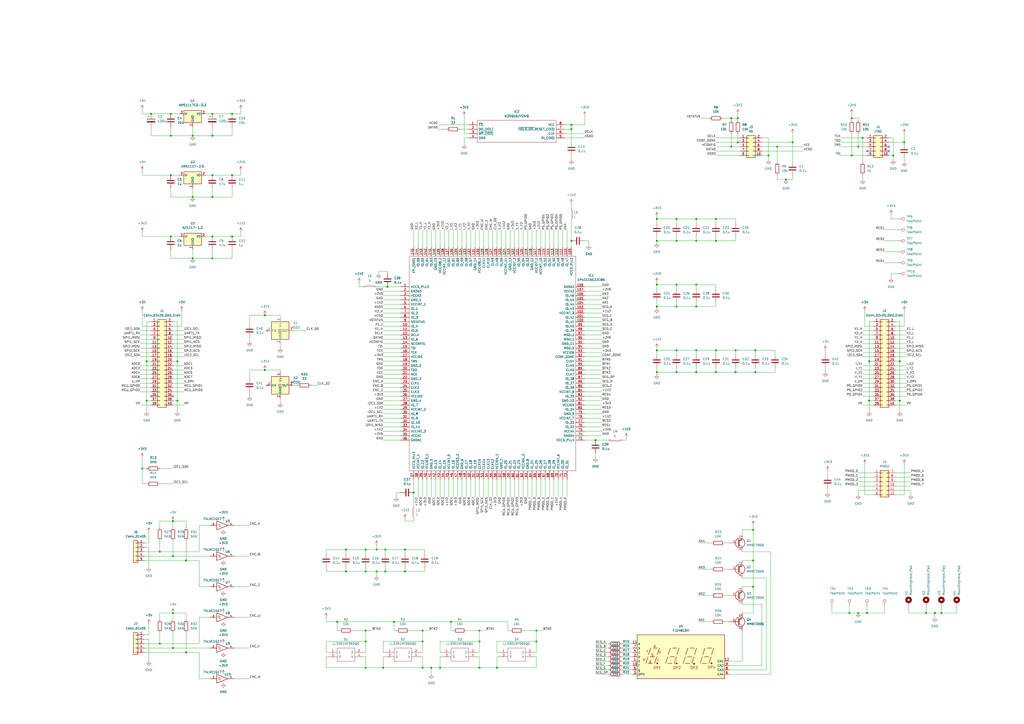
<source format=kicad_sch>
(kicad_sch (version 20211123) (generator eeschema)
  (paper "A2")
  (junction (at 218.44 318.77))
  (junction (at 134.62 101.6))
  (junction (at 392.43 127))
  (junction (at 200.66 331.47))
  (junction (at 436.88 307.34))
  (junction (at 436.88 340.36))
  (junction (at 392.43 215.9))
  (junction (at 497.84 355.6))
  (junction (at 436.88 325.12))
  (junction (at 85.09 232.41))
  (junction (at 415.29 139.7))
  (junction (at 403.86 139.7))
  (junction (at 438.15 215.9))
  (junction (at 415.29 203.2))
  (junction (at 427.99 82.55))
  (junction (at 504.19 209.55))
  (junction (at 223.52 331.47))
  (junction (at 494.03 68.58))
  (junction (at 123.19 149.86))
  (junction (at 524.51 82.55))
  (junction (at 403.86 215.9))
  (junction (at 459.74 82.55))
  (junction (at 99.06 78.74))
  (junction (at 381 215.9))
  (junction (at 392.43 177.8))
  (junction (at 438.15 203.2))
  (junction (at 212.09 372.11))
  (junction (at 424.18 68.58))
  (junction (at 234.95 318.77))
  (junction (at 240.03 285.75))
  (junction (at 134.62 137.16))
  (junction (at 99.06 66.04))
  (junction (at 381 127))
  (junction (at 403.86 203.2))
  (junction (at 542.29 355.6))
  (junction (at 546.1 355.6))
  (junction (at 381 203.2))
  (junction (at 455.93 104.14))
  (junction (at 415.29 215.9))
  (junction (at 381 177.8))
  (junction (at 250.19 387.35))
  (junction (at 345.44 255.27))
  (junction (at 153.67 214.63))
  (junction (at 99.06 101.6))
  (junction (at 518.16 90.17))
  (junction (at 426.72 203.2))
  (junction (at 450.85 85.09))
  (junction (at 87.63 66.04))
  (junction (at 492.76 355.6))
  (junction (at 222.25 387.35))
  (junction (at 381 165.1))
  (junction (at 212.09 318.77))
  (junction (at 403.86 127))
  (junction (at 504.19 232.41))
  (junction (at 123.19 66.04))
  (junction (at 100.33 375.92))
  (junction (at 494.03 90.17))
  (junction (at 218.44 331.47))
  (junction (at 278.13 372.11))
  (junction (at 111.76 78.74))
  (junction (at 102.87 209.55))
  (junction (at 92.71 373.38))
  (junction (at 392.43 203.2))
  (junction (at 100.33 355.6))
  (junction (at 223.52 318.77))
  (junction (at 311.15 365.76))
  (junction (at 381 139.7))
  (junction (at 331.47 74.93))
  (junction (at 311.15 372.11))
  (junction (at 111.76 114.3))
  (junction (at 278.13 365.76))
  (junction (at 234.95 331.47))
  (junction (at 195.58 360.68))
  (junction (at 500.38 80.01))
  (junction (at 521.97 232.41))
  (junction (at 245.11 387.35))
  (junction (at 100.33 302.26))
  (junction (at 134.62 66.04))
  (junction (at 502.92 355.6))
  (junction (at 100.33 322.58))
  (junction (at 427.99 68.58))
  (junction (at 153.67 182.88))
  (junction (at 261.62 360.68))
  (junction (at 426.72 215.9))
  (junction (at 392.43 139.7))
  (junction (at 415.29 127))
  (junction (at 392.43 165.1))
  (junction (at 212.09 365.76))
  (junction (at 212.09 331.47))
  (junction (at 255.27 387.35))
  (junction (at 82.55 271.78))
  (junction (at 107.95 378.46))
  (junction (at 497.84 85.09))
  (junction (at 99.06 137.16))
  (junction (at 278.13 387.35))
  (junction (at 228.6 360.68))
  (junction (at 107.95 325.12))
  (junction (at 245.11 372.11))
  (junction (at 212.09 387.35))
  (junction (at 245.11 365.76))
  (junction (at 403.86 165.1))
  (junction (at 123.19 137.16))
  (junction (at 123.19 101.6))
  (junction (at 200.66 318.77))
  (junction (at 102.87 232.41))
  (junction (at 288.29 387.35))
  (junction (at 521.97 209.55))
  (junction (at 331.47 72.39))
  (junction (at 403.86 177.8))
  (junction (at 111.76 149.86))
  (junction (at 424.18 85.09))
  (junction (at 92.71 320.04))
  (junction (at 445.77 90.17))
  (junction (at 123.19 114.3))
  (junction (at 123.19 78.74))
  (junction (at 224.79 166.37))
  (junction (at 537.21 355.6))
  (junction (at 85.09 209.55))
  (junction (at 331.47 139.7))
  (no_connect (at 515.62 87.63))
  (no_connect (at 515.62 85.09))
  (no_connect (at 154.94 191.77))
  (no_connect (at 154.94 223.52))
  (no_connect (at 100.33 229.87))
  (no_connect (at 87.63 229.87))
  (no_connect (at 502.92 87.63))
  (wire (pts (xy 438.15 213.36) (xy 438.15 215.9)))
  (wire (pts (xy 252.73 278.13) (xy 252.73 288.29)))
  (wire (pts (xy 345.44 386.08) (xy 353.06 386.08)))
  (wire (pts (xy 487.68 90.17) (xy 494.03 90.17)))
  (wire (pts (xy 208.28 166.37) (xy 208.28 163.83)))
  (wire (pts (xy 500.38 196.85) (xy 506.73 196.85)))
  (wire (pts (xy 430.53 355.6) (xy 436.88 355.6)))
  (wire (pts (xy 311.15 387.35) (xy 288.29 387.35)))
  (wire (pts (xy 331.47 139.7) (xy 331.47 143.51)))
  (wire (pts (xy 441.96 90.17) (xy 445.77 90.17)))
  (wire (pts (xy 102.87 186.69) (xy 102.87 209.55)))
  (wire (pts (xy 345.44 381) (xy 353.06 381)))
  (wire (pts (xy 441.96 386.08) (xy 441.96 350.52)))
  (wire (pts (xy 285.75 278.13) (xy 285.75 288.29)))
  (wire (pts (xy 234.95 302.26) (xy 240.03 302.26)))
  (wire (pts (xy 339.09 240.03) (xy 349.25 240.03)))
  (wire (pts (xy 519.43 214.63) (xy 525.78 214.63)))
  (wire (pts (xy 229.87 365.76) (xy 228.6 365.76)))
  (wire (pts (xy 240.03 302.26) (xy 240.03 300.99)))
  (wire (pts (xy 99.06 109.22) (xy 99.06 114.3)))
  (wire (pts (xy 459.74 77.47) (xy 459.74 82.55)))
  (wire (pts (xy 403.86 165.1) (xy 403.86 167.64)))
  (wire (pts (xy 415.29 127) (xy 415.29 129.54)))
  (wire (pts (xy 245.11 381) (xy 245.11 387.35)))
  (wire (pts (xy 200.66 328.93) (xy 200.66 331.47)))
  (wire (pts (xy 313.69 278.13) (xy 313.69 288.29)))
  (wire (pts (xy 328.93 278.13) (xy 328.93 288.29)))
  (wire (pts (xy 250.19 278.13) (xy 250.19 288.29)))
  (wire (pts (xy 100.33 214.63) (xy 106.68 214.63)))
  (wire (pts (xy 326.39 133.35) (xy 326.39 143.51)))
  (wire (pts (xy 415.29 85.09) (xy 424.18 85.09)))
  (wire (pts (xy 360.68 255.27) (xy 363.22 255.27)))
  (wire (pts (xy 222.25 196.85) (xy 232.41 196.85)))
  (wire (pts (xy 270.51 278.13) (xy 270.51 288.29)))
  (wire (pts (xy 218.44 318.77) (xy 212.09 318.77)))
  (wire (pts (xy 339.09 222.25) (xy 349.25 222.25)))
  (wire (pts (xy 300.99 278.13) (xy 300.99 288.29)))
  (wire (pts (xy 306.07 133.35) (xy 306.07 143.51)))
  (wire (pts (xy 524.51 287.02) (xy 519.43 287.02)))
  (wire (pts (xy 405.13 314.96) (xy 412.75 314.96)))
  (wire (pts (xy 92.71 306.07) (xy 92.71 302.26)))
  (wire (pts (xy 403.86 213.36) (xy 403.86 215.9)))
  (wire (pts (xy 524.51 77.47) (xy 524.51 82.55)))
  (wire (pts (xy 82.55 265.43) (xy 82.55 271.78)))
  (wire (pts (xy 288.29 387.35) (xy 278.13 387.35)))
  (wire (pts (xy 92.71 271.78) (xy 100.33 271.78)))
  (wire (pts (xy 246.38 331.47) (xy 246.38 328.93)))
  (wire (pts (xy 245.11 133.35) (xy 245.11 143.51)))
  (wire (pts (xy 502.92 355.6) (xy 513.08 355.6)))
  (wire (pts (xy 339.09 191.77) (xy 349.25 191.77)))
  (wire (pts (xy 519.43 194.31) (xy 525.78 194.31)))
  (wire (pts (xy 222.25 194.31) (xy 232.41 194.31)))
  (wire (pts (xy 115.57 304.8) (xy 121.92 304.8)))
  (wire (pts (xy 500.38 101.6) (xy 500.38 104.14)))
  (wire (pts (xy 224.79 157.48) (xy 219.71 157.48)))
  (wire (pts (xy 381 203.2) (xy 381 205.74)))
  (wire (pts (xy 222.25 240.03) (xy 232.41 240.03)))
  (wire (pts (xy 455.93 104.14) (xy 450.85 104.14)))
  (wire (pts (xy 222.25 381) (xy 222.25 387.35)))
  (wire (pts (xy 426.72 203.2) (xy 438.15 203.2)))
  (wire (pts (xy 134.62 149.86) (xy 134.62 144.78)))
  (wire (pts (xy 422.91 388.62) (xy 444.5 388.62)))
  (wire (pts (xy 189.23 358.14) (xy 189.23 360.68)))
  (wire (pts (xy 240.03 133.35) (xy 240.03 143.51)))
  (wire (pts (xy 283.21 278.13) (xy 283.21 288.29)))
  (wire (pts (xy 288.29 381) (xy 288.29 387.35)))
  (wire (pts (xy 542.29 358.14) (xy 542.29 355.6)))
  (wire (pts (xy 339.09 250.19) (xy 349.25 250.19)))
  (wire (pts (xy 426.72 213.36) (xy 426.72 215.9)))
  (wire (pts (xy 82.55 101.6) (xy 82.55 99.06)))
  (wire (pts (xy 427.99 82.55) (xy 429.26 82.55)))
  (wire (pts (xy 500.38 80.01) (xy 500.38 93.98)))
  (wire (pts (xy 283.21 133.35) (xy 283.21 143.51)))
  (wire (pts (xy 527.05 355.6) (xy 527.05 351.79)))
  (wire (pts (xy 339.09 242.57) (xy 349.25 242.57)))
  (wire (pts (xy 255.27 278.13) (xy 255.27 288.29)))
  (wire (pts (xy 190.5 378.46) (xy 189.23 378.46)))
  (wire (pts (xy 546.1 355.6) (xy 542.29 355.6)))
  (wire (pts (xy 339.09 214.63) (xy 349.25 214.63)))
  (wire (pts (xy 424.18 77.47) (xy 424.18 85.09)))
  (wire (pts (xy 497.84 69.85) (xy 497.84 68.58)))
  (wire (pts (xy 222.25 173.99) (xy 232.41 173.99)))
  (wire (pts (xy 415.29 215.9) (xy 403.86 215.9)))
  (wire (pts (xy 403.86 203.2) (xy 392.43 203.2)))
  (wire (pts (xy 288.29 372.11) (xy 311.15 372.11)))
  (wire (pts (xy 403.86 203.2) (xy 403.86 205.74)))
  (wire (pts (xy 345.44 375.92) (xy 353.06 375.92)))
  (wire (pts (xy 276.86 381) (xy 278.13 381)))
  (wire (pts (xy 189.23 331.47) (xy 200.66 331.47)))
  (wire (pts (xy 415.29 127) (xy 426.72 127)))
  (wire (pts (xy 513.08 146.05) (xy 520.7 146.05)))
  (wire (pts (xy 222.25 212.09) (xy 232.41 212.09)))
  (wire (pts (xy 189.23 387.35) (xy 189.23 381)))
  (wire (pts (xy 306.07 288.29) (xy 306.07 278.13)))
  (wire (pts (xy 100.33 189.23) (xy 105.41 189.23)))
  (wire (pts (xy 83.82 373.38) (xy 92.71 373.38)))
  (wire (pts (xy 295.91 278.13) (xy 295.91 288.29)))
  (wire (pts (xy 504.19 232.41) (xy 506.73 232.41)))
  (wire (pts (xy 222.25 242.57) (xy 232.41 242.57)))
  (wire (pts (xy 300.99 133.35) (xy 300.99 143.51)))
  (wire (pts (xy 153.67 214.63) (xy 144.78 214.63)))
  (wire (pts (xy 381 127) (xy 392.43 127)))
  (wire (pts (xy 519.43 224.79) (xy 525.78 224.79)))
  (wire (pts (xy 392.43 213.36) (xy 392.43 215.9)))
  (wire (pts (xy 100.33 194.31) (xy 106.68 194.31)))
  (wire (pts (xy 111.76 78.74) (xy 123.19 78.74)))
  (wire (pts (xy 100.33 367.03) (xy 100.33 375.92)))
  (wire (pts (xy 497.84 274.32) (xy 506.73 274.32)))
  (wire (pts (xy 222.25 214.63) (xy 232.41 214.63)))
  (wire (pts (xy 81.28 227.33) (xy 87.63 227.33)))
  (wire (pts (xy 135.89 304.8) (xy 144.78 304.8)))
  (wire (pts (xy 504.19 186.69) (xy 504.19 209.55)))
  (wire (pts (xy 424.18 85.09) (xy 429.26 85.09)))
  (wire (pts (xy 234.95 328.93) (xy 234.95 331.47)))
  (wire (pts (xy 100.33 234.95) (xy 106.68 234.95)))
  (wire (pts (xy 134.62 137.16) (xy 139.7 137.16)))
  (wire (pts (xy 436.88 340.36) (xy 436.88 325.12)))
  (wire (pts (xy 518.16 80.01) (xy 518.16 90.17)))
  (wire (pts (xy 506.73 284.48) (xy 497.84 284.48)))
  (wire (pts (xy 255.27 381) (xy 255.27 387.35)))
  (wire (pts (xy 212.09 372.11) (xy 212.09 365.76)))
  (wire (pts (xy 518.16 90.17) (xy 518.16 92.71)))
  (wire (pts (xy 81.28 217.17) (xy 87.63 217.17)))
  (wire (pts (xy 519.43 222.25) (xy 525.78 222.25)))
  (wire (pts (xy 81.28 219.71) (xy 87.63 219.71)))
  (wire (pts (xy 321.31 278.13) (xy 321.31 288.29)))
  (wire (pts (xy 162.56 199.39) (xy 162.56 201.93)))
  (wire (pts (xy 222.25 245.11) (xy 232.41 245.11)))
  (wire (pts (xy 422.91 386.08) (xy 441.96 386.08)))
  (wire (pts (xy 83.82 322.58) (xy 100.33 322.58)))
  (wire (pts (xy 222.25 171.45) (xy 232.41 171.45)))
  (wire (pts (xy 92.71 313.69) (xy 92.71 320.04)))
  (wire (pts (xy 392.43 203.2) (xy 381 203.2)))
  (wire (pts (xy 245.11 278.13) (xy 245.11 288.29)))
  (wire (pts (xy 275.59 278.13) (xy 275.59 288.29)))
  (wire (pts (xy 519.43 191.77) (xy 525.78 191.77)))
  (wire (pts (xy 100.33 207.01) (xy 106.68 207.01)))
  (wire (pts (xy 232.41 285.75) (xy 229.87 285.75)))
  (wire (pts (xy 519.43 207.01) (xy 525.78 207.01)))
  (wire (pts (xy 438.15 215.9) (xy 449.58 215.9)))
  (wire (pts (xy 519.43 276.86) (xy 528.32 276.86)))
  (wire (pts (xy 115.57 358.14) (xy 121.92 358.14)))
  (wire (pts (xy 81.28 214.63) (xy 87.63 214.63)))
  (wire (pts (xy 100.33 322.58) (xy 121.92 322.58)))
  (wire (pts (xy 107.95 367.03) (xy 107.95 378.46)))
  (wire (pts (xy 222.25 204.47) (xy 232.41 204.47)))
  (wire (pts (xy 123.19 73.66) (xy 123.19 78.74)))
  (wire (pts (xy 92.71 280.67) (xy 100.33 280.67)))
  (wire (pts (xy 212.09 318.77) (xy 212.09 321.31)))
  (wire (pts (xy 250.19 133.35) (xy 250.19 143.51)))
  (wire (pts (xy 438.15 203.2) (xy 438.15 205.74)))
  (wire (pts (xy 81.28 199.39) (xy 87.63 199.39)))
  (wire (pts (xy 254 72.39) (xy 271.78 72.39)))
  (wire (pts (xy 339.09 217.17) (xy 349.25 217.17)))
  (wire (pts (xy 311.15 365.76) (xy 314.96 365.76)))
  (wire (pts (xy 436.88 304.8) (xy 436.88 307.34)))
  (wire (pts (xy 255.27 387.35) (xy 250.19 387.35)))
  (wire (pts (xy 331.47 90.17) (xy 331.47 92.71)))
  (wire (pts (xy 478.79 213.36) (xy 478.79 215.9)))
  (wire (pts (xy 430.53 383.54) (xy 430.53 365.76)))
  (wire (pts (xy 392.43 203.2) (xy 392.43 205.74)))
  (wire (pts (xy 501.65 180.34) (xy 501.65 189.23)))
  (wire (pts (xy 339.09 173.99) (xy 349.25 173.99)))
  (wire (pts (xy 222.25 207.01) (xy 232.41 207.01)))
  (wire (pts (xy 144.78 195.58) (xy 144.78 198.12)))
  (wire (pts (xy 504.19 232.41) (xy 504.19 238.76)))
  (wire (pts (xy 513.08 139.7) (xy 520.7 139.7)))
  (wire (pts (xy 500.38 201.93) (xy 506.73 201.93)))
  (wire (pts (xy 506.73 186.69) (xy 504.19 186.69)))
  (wire (pts (xy 381 215.9) (xy 381 217.17)))
  (wire (pts (xy 242.57 133.35) (xy 242.57 143.51)))
  (wire (pts (xy 278.13 365.76) (xy 270.51 365.76)))
  (wire (pts (xy 170.18 191.77) (xy 177.8 191.77)))
  (wire (pts (xy 255.27 378.46) (xy 255.27 372.11)))
  (wire (pts (xy 123.19 144.78) (xy 123.19 149.86)))
  (wire (pts (xy 500.38 199.39) (xy 506.73 199.39)))
  (wire (pts (xy 426.72 215.9) (xy 438.15 215.9)))
  (wire (pts (xy 139.7 66.04) (xy 139.7 63.5)))
  (wire (pts (xy 294.64 365.76) (xy 294.64 360.68)))
  (wire (pts (xy 426.72 205.74) (xy 426.72 203.2)))
  (wire (pts (xy 500.38 204.47) (xy 506.73 204.47)))
  (wire (pts (xy 295.91 365.76) (xy 294.64 365.76)))
  (wire (pts (xy 99.06 114.3) (xy 111.76 114.3)))
  (wire (pts (xy 218.44 316.23) (xy 218.44 318.77)))
  (wire (pts (xy 430.53 340.36) (xy 436.88 340.36)))
  (wire (pts (xy 339.09 207.01) (xy 349.25 207.01)))
  (wire (pts (xy 500.38 217.17) (xy 506.73 217.17)))
  (wire (pts (xy 441.96 82.55) (xy 459.74 82.55)))
  (wire (pts (xy 81.28 191.77) (xy 87.63 191.77)))
  (wire (pts (xy 81.28 207.01) (xy 87.63 207.01)))
  (wire (pts (xy 392.43 165.1) (xy 392.43 167.64)))
  (wire (pts (xy 210.82 166.37) (xy 208.28 166.37)))
  (wire (pts (xy 115.57 378.46) (xy 115.57 393.7)))
  (wire (pts (xy 288.29 133.35) (xy 288.29 143.51)))
  (wire (pts (xy 261.62 365.76) (xy 261.62 360.68)))
  (wire (pts (xy 360.68 373.38) (xy 367.03 373.38)))
  (wire (pts (xy 519.43 196.85) (xy 525.78 196.85)))
  (wire (pts (xy 436.88 355.6) (xy 436.88 340.36)))
  (wire (pts (xy 303.53 278.13) (xy 303.53 288.29)))
  (wire (pts (xy 83.82 325.12) (xy 107.95 325.12)))
  (wire (pts (xy 339.09 219.71) (xy 349.25 219.71)))
  (wire (pts (xy 449.58 213.36) (xy 449.58 215.9)))
  (wire (pts (xy 100.33 204.47) (xy 106.68 204.47)))
  (wire (pts (xy 403.86 139.7) (xy 392.43 139.7)))
  (wire (pts (xy 519.43 279.4) (xy 528.32 279.4)))
  (wire (pts (xy 100.33 375.92) (xy 121.92 375.92)))
  (wire (pts (xy 250.19 387.35) (xy 245.11 387.35)))
  (wire (pts (xy 381 203.2) (xy 381 201.93)))
  (wire (pts (xy 403.86 137.16) (xy 403.86 139.7)))
  (wire (pts (xy 321.31 133.35) (xy 321.31 143.51)))
  (wire (pts (xy 222.25 199.39) (xy 232.41 199.39)))
  (wire (pts (xy 519.43 281.94) (xy 528.32 281.94)))
  (wire (pts (xy 303.53 133.35) (xy 303.53 143.51)))
  (wire (pts (xy 83.82 368.3) (xy 86.36 368.3)))
  (wire (pts (xy 195.58 365.76) (xy 195.58 360.68)))
  (wire (pts (xy 405.13 330.2) (xy 412.75 330.2)))
  (wire (pts (xy 537.21 351.79) (xy 537.21 355.6)))
  (wire (pts (xy 278.13 378.46) (xy 278.13 372.11)))
  (wire (pts (xy 290.83 133.35) (xy 290.83 143.51)))
  (wire (pts (xy 415.29 87.63) (xy 429.26 87.63)))
  (wire (pts (xy 280.67 278.13) (xy 280.67 288.29)))
  (wire (pts (xy 381 125.73) (xy 381 127)))
  (wire (pts (xy 162.56 182.88) (xy 153.67 182.88)))
  (wire (pts (xy 243.84 378.46) (xy 245.11 378.46)))
  (wire (pts (xy 327.66 72.39) (xy 331.47 72.39)))
  (wire (pts (xy 360.68 378.46) (xy 367.03 378.46)))
  (wire (pts (xy 405.13 345.44) (xy 412.75 345.44)))
  (wire (pts (xy 222.25 255.27) (xy 232.41 255.27)))
  (wire (pts (xy 222.25 378.46) (xy 222.25 372.11)))
  (wire (pts (xy 212.09 387.35) (xy 189.23 387.35)))
  (wire (pts (xy 222.25 372.11) (xy 245.11 372.11)))
  (wire (pts (xy 521.97 232.41) (xy 521.97 238.76)))
  (wire (pts (xy 222.25 189.23) (xy 232.41 189.23)))
  (wire (pts (xy 392.43 175.26) (xy 392.43 177.8)))
  (wire (pts (xy 436.88 307.34) (xy 436.88 325.12)))
  (wire (pts (xy 339.09 212.09) (xy 349.25 212.09)))
  (wire (pts (xy 85.09 280.67) (xy 82.55 280.67)))
  (wire (pts (xy 424.18 68.58) (xy 427.99 68.58)))
  (wire (pts (xy 189.23 360.68) (xy 195.58 360.68)))
  (wire (pts (xy 246.38 321.31) (xy 246.38 318.77)))
  (wire (pts (xy 327.66 80.01) (xy 339.09 80.01)))
  (wire (pts (xy 200.66 318.77) (xy 200.66 321.31)))
  (wire (pts (xy 360.68 375.92) (xy 367.03 375.92)))
  (wire (pts (xy 234.95 300.99) (xy 234.95 302.26)))
  (wire (pts (xy 426.72 137.16) (xy 426.72 139.7)))
  (wire (pts (xy 316.23 278.13) (xy 316.23 288.29)))
  (wire (pts (xy 339.09 186.69) (xy 349.25 186.69)))
  (wire (pts (xy 524.51 180.34) (xy 524.51 189.23)))
  (wire (pts (xy 123.19 101.6) (xy 134.62 101.6)))
  (wire (pts (xy 316.23 133.35) (xy 316.23 143.51)))
  (wire (pts (xy 516.89 158.75) (xy 516.89 161.29)))
  (wire (pts (xy 82.55 137.16) (xy 82.55 134.62)))
  (wire (pts (xy 265.43 278.13) (xy 265.43 288.29)))
  (wire (pts (xy 245.11 365.76) (xy 248.92 365.76)))
  (wire (pts (xy 123.19 109.22) (xy 123.19 114.3)))
  (wire (pts (xy 83.82 375.92) (xy 100.33 375.92)))
  (wire (pts (xy 311.15 133.35) (xy 311.15 143.51)))
  (wire (pts (xy 222.25 229.87) (xy 232.41 229.87)))
  (wire (pts (xy 424.18 68.58) (xy 424.18 69.85)))
  (wire (pts (xy 99.06 101.6) (xy 104.14 101.6)))
  (wire (pts (xy 100.33 186.69) (xy 102.87 186.69)))
  (wire (pts (xy 134.62 78.74) (xy 134.62 73.66)))
  (wire (pts (xy 92.71 320.04) (xy 115.57 320.04)))
  (wire (pts (xy 339.09 171.45) (xy 349.25 171.45)))
  (wire (pts (xy 339.09 166.37) (xy 349.25 166.37)))
  (wire (pts (xy 234.95 318.77) (xy 223.52 318.77)))
  (wire (pts (xy 212.09 328.93) (xy 212.09 331.47)))
  (wire (pts (xy 339.09 176.53) (xy 349.25 176.53)))
  (wire (pts (xy 123.19 137.16) (xy 134.62 137.16)))
  (wire (pts (xy 420.37 330.2) (xy 422.91 330.2)))
  (wire (pts (xy 115.57 325.12) (xy 115.57 340.36)))
  (wire (pts (xy 107.95 306.07) (xy 107.95 302.26)))
  (wire (pts (xy 494.03 68.58) (xy 497.84 68.58)))
  (wire (pts (xy 269.24 80.01) (xy 269.24 83.82)))
  (wire (pts (xy 450.85 85.09) (xy 450.85 93.98)))
  (wire (pts (xy 123.19 114.3) (xy 134.62 114.3)))
  (wire (pts (xy 278.13 278.13) (xy 278.13 288.29)))
  (wire (pts (xy 339.09 204.47) (xy 349.25 204.47)))
  (wire (pts (xy 447.04 391.16) (xy 447.04 320.04)))
  (wire (pts (xy 308.61 133.35) (xy 308.61 143.51)))
  (wire (pts (xy 519.43 227.33) (xy 525.78 227.33)))
  (wire (pts (xy 99.06 149.86) (xy 111.76 149.86)))
  (wire (pts (xy 438.15 203.2) (xy 449.58 203.2)))
  (wire (pts (xy 222.25 222.25) (xy 232.41 222.25)))
  (wire (pts (xy 427.99 68.58) (xy 427.99 69.85)))
  (wire (pts (xy 318.77 133.35) (xy 318.77 143.51)))
  (wire (pts (xy 100.33 232.41) (xy 102.87 232.41)))
  (wire (pts (xy 494.03 68.58) (xy 494.03 69.85)))
  (wire (pts (xy 135.89 375.92) (xy 144.78 375.92)))
  (wire (pts (xy 506.73 189.23) (xy 501.65 189.23)))
  (wire (pts (xy 392.43 165.1) (xy 381 165.1)))
  (wire (pts (xy 222.25 232.41) (xy 232.41 232.41)))
  (wire (pts (xy 256.54 378.46) (xy 255.27 378.46)))
  (wire (pts (xy 212.09 378.46) (xy 212.09 372.11)))
  (wire (pts (xy 524.51 91.44) (xy 524.51 93.98)))
  (wire (pts (xy 212.09 365.76) (xy 215.9 365.76)))
  (wire (pts (xy 234.95 318.77) (xy 234.95 321.31)))
  (wire (pts (xy 144.78 227.33) (xy 144.78 229.87)))
  (wire (pts (xy 519.43 186.69) (xy 521.97 186.69)))
  (wire (pts (xy 381 165.1) (xy 381 167.64)))
  (wire (pts (xy 100.33 355.6) (xy 100.33 359.41)))
  (wire (pts (xy 445.77 90.17) (xy 445.77 92.71)))
  (wire (pts (xy 267.97 278.13) (xy 267.97 288.29)))
  (wire (pts (xy 134.62 101.6) (xy 139.7 101.6)))
  (wire (pts (xy 519.43 284.48) (xy 528.32 284.48)))
  (wire (pts (xy 339.09 201.93) (xy 349.25 201.93)))
  (wire (pts (xy 427.99 68.58) (xy 427.99 66.04)))
  (wire (pts (xy 278.13 372.11) (xy 278.13 365.76)))
  (wire (pts (xy 252.73 133.35) (xy 252.73 143.51)))
  (wire (pts (xy 86.36 370.84) (xy 86.36 383.54)))
  (wire (pts (xy 403.86 127) (xy 415.29 127)))
  (wire (pts (xy 494.03 90.17) (xy 502.92 90.17)))
  (wire (pts (xy 102.87 232.41) (xy 102.87 238.76)))
  (wire (pts (xy 441.96 350.52) (xy 430.53 350.52)))
  (wire (pts (xy 223.52 378.46) (xy 222.25 378.46)))
  (wire (pts (xy 487.68 80.01) (xy 500.38 80.01)))
  (wire (pts (xy 107.95 355.6) (xy 100.33 355.6)))
  (wire (pts (xy 519.43 232.41) (xy 521.97 232.41)))
  (wire (pts (xy 519.43 219.71) (xy 525.78 219.71)))
  (wire (pts (xy 100.33 219.71) (xy 106.68 219.71)))
  (wire (pts (xy 313.69 133.35) (xy 313.69 143.51)))
  (wire (pts (xy 257.81 278.13) (xy 257.81 288.29)))
  (wire (pts (xy 81.28 201.93) (xy 87.63 201.93)))
  (wire (pts (xy 403.86 177.8) (xy 392.43 177.8)))
  (wire (pts (xy 519.43 199.39) (xy 525.78 199.39)))
  (wire (pts (xy 139.7 137.16) (xy 139.7 134.62)))
  (wire (pts (xy 123.19 149.86) (xy 134.62 149.86)))
  (wire (pts (xy 99.06 144.78) (xy 99.06 149.86)))
  (wire (pts (xy 542.29 355.6) (xy 537.21 355.6)))
  (wire (pts (xy 480.06 283.21) (xy 480.06 285.75)))
  (wire (pts (xy 254 74.93) (xy 259.08 74.93)))
  (wire (pts (xy 427.99 77.47) (xy 427.99 82.55)))
  (wire (pts (xy 415.29 80.01) (xy 429.26 80.01)))
  (wire (pts (xy 459.74 101.6) (xy 459.74 104.14)))
  (wire (pts (xy 360.68 391.16) (xy 367.03 391.16)))
  (wire (pts (xy 492.76 351.79) (xy 492.76 355.6)))
  (wire (pts (xy 100.33 224.79) (xy 106.68 224.79)))
  (wire (pts (xy 87.63 78.74) (xy 87.63 73.66)))
  (wire (pts (xy 345.44 262.89) (xy 345.44 265.43)))
  (wire (pts (xy 100.33 191.77) (xy 106.68 191.77)))
  (wire (pts (xy 229.87 285.75) (xy 229.87 288.29)))
  (wire (pts (xy 339.09 189.23) (xy 349.25 189.23)))
  (wire (pts (xy 450.85 104.14) (xy 450.85 101.6)))
  (wire (pts (xy 81.28 212.09) (xy 87.63 212.09)))
  (wire (pts (xy 406.4 68.58) (xy 411.48 68.58)))
  (wire (pts (xy 100.33 209.55) (xy 102.87 209.55)))
  (wire (pts (xy 345.44 391.16) (xy 353.06 391.16)))
  (wire (pts (xy 492.76 355.6) (xy 497.84 355.6)))
  (wire (pts (xy 257.81 133.35) (xy 257.81 143.51)))
  (wire (pts (xy 92.71 355.6) (xy 100.33 355.6)))
  (wire (pts (xy 497.84 281.94) (xy 506.73 281.94)))
  (wire (pts (xy 100.33 201.93) (xy 106.68 201.93)))
  (wire (pts (xy 500.38 222.25) (xy 506.73 222.25)))
  (wire (pts (xy 309.88 378.46) (xy 311.15 378.46)))
  (wire (pts (xy 245.11 372.11) (xy 245.11 365.76)))
  (wire (pts (xy 497.84 355.6) (xy 502.92 355.6)))
  (wire (pts (xy 513.08 152.4) (xy 520.7 152.4)))
  (wire (pts (xy 100.33 212.09) (xy 106.68 212.09)))
  (wire (pts (xy 86.36 361.95) (xy 86.36 368.3)))
  (wire (pts (xy 415.29 203.2) (xy 403.86 203.2)))
  (wire (pts (xy 298.45 278.13) (xy 298.45 288.29)))
  (wire (pts (xy 200.66 331.47) (xy 212.09 331.47)))
  (wire (pts (xy 497.84 284.48) (xy 497.84 287.02)))
  (wire (pts (xy 381 213.36) (xy 381 215.9)))
  (wire (pts (xy 135.89 322.58) (xy 144.78 322.58)))
  (wire (pts (xy 170.18 223.52) (xy 172.72 223.52)))
  (wire (pts (xy 278.13 365.76) (xy 281.94 365.76)))
  (wire (pts (xy 273.05 133.35) (xy 273.05 143.51)))
  (wire (pts (xy 497.84 85.09) (xy 502.92 85.09)))
  (wire (pts (xy 222.25 181.61) (xy 232.41 181.61)))
  (wire (pts (xy 273.05 278.13) (xy 273.05 288.29)))
  (wire (pts (xy 331.47 128.27) (xy 331.47 139.7)))
  (wire (pts (xy 447.04 320.04) (xy 430.53 320.04)))
  (wire (pts (xy 135.89 393.7) (xy 144.78 393.7)))
  (wire (pts (xy 82.55 180.34) (xy 82.55 189.23)))
  (wire (pts (xy 339.09 194.31) (xy 349.25 194.31)))
  (wire (pts (xy 339.09 179.07) (xy 349.25 179.07)))
  (wire (pts (xy 210.82 378.46) (xy 212.09 378.46)))
  (wire (pts (xy 381 137.16) (xy 381 139.7)))
  (wire (pts (xy 345.44 255.27) (xy 353.06 255.27)))
  (wire (pts (xy 295.91 133.35) (xy 295.91 143.51)))
  (wire (pts (xy 144.78 182.88) (xy 144.78 187.96)))
  (wire (pts (xy 500.38 219.71) (xy 506.73 219.71)))
  (wire (pts (xy 500.38 212.09) (xy 506.73 212.09)))
  (wire (pts (xy 86.36 308.61) (xy 86.36 314.96)))
  (wire (pts (xy 81.28 204.47) (xy 87.63 204.47)))
  (wire (pts (xy 339.09 184.15) (xy 349.25 184.15)))
  (wire (pts (xy 392.43 139.7) (xy 381 139.7)))
  (wire (pts (xy 289.56 378.46) (xy 288.29 378.46)))
  (wire (pts (xy 218.44 331.47) (xy 218.44 334.01)))
  (wire (pts (xy 222.25 252.73) (xy 232.41 252.73)))
  (wire (pts (xy 100.33 222.25) (xy 106.68 222.25)))
  (wire (pts (xy 519.43 209.55) (xy 521.97 209.55)))
  (wire (pts (xy 524.51 82.55) (xy 524.51 83.82)))
  (wire (pts (xy 162.56 215.9) (xy 162.56 214.63)))
  (wire (pts (xy 123.19 78.74) (xy 134.62 78.74)))
  (wire (pts (xy 278.13 133.35) (xy 278.13 143.51)))
  (wire (pts (xy 444.5 388.62) (xy 444.5 335.28)))
  (wire (pts (xy 105.41 180.34) (xy 105.41 189.23)))
  (wire (pts (xy 392.43 215.9) (xy 381 215.9)))
  (wire (pts (xy 224.79 166.37) (xy 232.41 166.37)))
  (wire (pts (xy 415.29 139.7) (xy 403.86 139.7)))
  (wire (pts (xy 85.09 186.69) (xy 85.09 209.55)))
  (wire (pts (xy 111.76 73.66) (xy 111.76 78.74)))
  (wire (pts (xy 119.38 101.6) (xy 123.19 101.6)))
  (wire (pts (xy 222.25 387.35) (xy 212.09 387.35)))
  (wire (pts (xy 240.03 285.75) (xy 240.03 293.37)))
  (wire (pts (xy 403.86 215.9) (xy 392.43 215.9)))
  (wire (pts (xy 519.43 229.87) (xy 525.78 229.87)))
  (wire (pts (xy 500.38 224.79) (xy 506.73 224.79)))
  (wire (pts (xy 345.44 383.54) (xy 353.06 383.54)))
  (wire (pts (xy 212.09 318.77) (xy 200.66 318.77)))
  (wire (pts (xy 519.43 201.93) (xy 525.78 201.93)))
  (wire (pts (xy 288.29 278.13) (xy 288.29 288.29)))
  (wire (pts (xy 260.35 278.13) (xy 260.35 288.29)))
  (wire (pts (xy 520.7 158.75) (xy 516.89 158.75)))
  (wire (pts (xy 554.99 355.6) (xy 546.1 355.6)))
  (wire (pts (xy 107.95 302.26) (xy 100.33 302.26)))
  (wire (pts (xy 85.09 232.41) (xy 85.09 238.76)))
  (wire (pts (xy 501.65 269.24) (xy 501.65 287.02)))
  (wire (pts (xy 180.34 223.52) (xy 184.15 223.52)))
  (wire (pts (xy 196.85 365.76) (xy 195.58 365.76)))
  (wire (pts (xy 331.47 74.93) (xy 331.47 82.55)))
  (wire (pts (xy 293.37 278.13) (xy 293.37 288.29)))
  (wire (pts (xy 222.25 224.79) (xy 232.41 224.79)))
  (wire (pts (xy 487.68 85.09) (xy 497.84 85.09)))
  (wire (pts (xy 497.84 279.4) (xy 506.73 279.4)))
  (wire (pts (xy 280.67 133.35) (xy 280.67 143.51)))
  (wire (pts (xy 515.62 82.55) (xy 524.51 82.55)))
  (wire (pts (xy 223.52 381) (xy 222.25 381)))
  (wire (pts (xy 99.06 73.66) (xy 99.06 78.74)))
  (wire (pts (xy 519.43 217.17) (xy 525.78 217.17)))
  (wire (pts (xy 115.57 373.38) (xy 115.57 358.14)))
  (wire (pts (xy 500.38 80.01) (xy 502.92 80.01)))
  (wire (pts (xy 85.09 209.55) (xy 87.63 209.55)))
  (wire (pts (xy 222.25 219.71) (xy 232.41 219.71)))
  (wire (pts (xy 528.32 284.48) (xy 528.32 287.02)))
  (wire (pts (xy 500.38 214.63) (xy 506.73 214.63)))
  (wire (pts (xy 139.7 101.6) (xy 139.7 99.06)))
  (wire (pts (xy 519.43 204.47) (xy 525.78 204.47)))
  (wire (pts (xy 223.52 318.77) (xy 218.44 318.77)))
  (wire (pts (xy 331.47 118.11) (xy 331.47 120.65)))
  (wire (pts (xy 123.19 66.04) (xy 134.62 66.04)))
  (wire (pts (xy 278.13 381) (xy 278.13 387.35)))
  (wire (pts (xy 430.53 309.88) (xy 430.53 307.34)))
  (wire (pts (xy 222.25 234.95) (xy 232.41 234.95)))
  (wire (pts (xy 247.65 133.35) (xy 247.65 143.51)))
  (wire (pts (xy 519.43 274.32) (xy 528.32 274.32)))
  (wire (pts (xy 345.44 373.38) (xy 353.06 373.38)))
  (wire (pts (xy 218.44 166.37) (xy 224.79 166.37)))
  (wire (pts (xy 381 127) (xy 381 129.54)))
  (wire (pts (xy 403.86 165.1) (xy 392.43 165.1)))
  (wire (pts (xy 255.27 372.11) (xy 278.13 372.11)))
  (wire (pts (xy 81.28 234.95) (xy 87.63 234.95)))
  (wire (pts (xy 246.38 318.77) (xy 234.95 318.77)))
  (wire (pts (xy 449.58 205.74) (xy 449.58 203.2)))
  (wire (pts (xy 107.95 378.46) (xy 115.57 378.46)))
  (wire (pts (xy 82.55 271.78) (xy 85.09 271.78)))
  (wire (pts (xy 269.24 77.47) (xy 269.24 67.31)))
  (wire (pts (xy 482.6 355.6) (xy 492.76 355.6)))
  (wire (pts (xy 441.96 80.01) (xy 445.77 80.01)))
  (wire (pts (xy 504.19 209.55) (xy 506.73 209.55)))
  (wire (pts (xy 262.89 278.13) (xy 262.89 288.29)))
  (wire (pts (xy 339.09 252.73) (xy 349.25 252.73)))
  (wire (pts (xy 405.13 360.68) (xy 412.75 360.68)))
  (wire (pts (xy 381 140.97) (xy 381 139.7)))
  (wire (pts (xy 83.82 370.84) (xy 86.36 370.84)))
  (wire (pts (xy 420.37 345.44) (xy 422.91 345.44)))
  (wire (pts (xy 494.03 66.04) (xy 494.03 68.58)))
  (wire (pts (xy 222.25 186.69) (xy 232.41 186.69)))
  (wire (pts (xy 100.33 302.26) (xy 100.33 306.07)))
  (wire (pts (xy 223.52 328.93) (xy 223.52 331.47)))
  (wire (pts (xy 339.09 67.31) (xy 339.09 72.39)))
  (wire (pts (xy 218.44 331.47) (xy 223.52 331.47)))
  (wire (pts (xy 415.29 167.64) (xy 415.29 165.1)))
  (wire (pts (xy 339.09 232.41) (xy 349.25 232.41)))
  (wire (pts (xy 115.57 320.04) (xy 115.57 304.8)))
  (wire (pts (xy 519.43 234.95) (xy 525.78 234.95)))
  (wire (pts (xy 100.33 199.39) (xy 106.68 199.39)))
  (wire (pts (xy 100.33 196.85) (xy 106.68 196.85)))
  (wire (pts (xy 115.57 393.7) (xy 121.92 393.7)))
  (wire (pts (xy 85.09 209.55) (xy 85.09 232.41)))
  (wire (pts (xy 426.72 129.54) (xy 426.72 127)))
  (wire (pts (xy 311.15 381) (xy 309.88 381)))
  (wire (pts (xy 81.28 224.79) (xy 87.63 224.79)))
  (wire (pts (xy 524.51 269.24) (xy 524.51 287.02)))
  (wire (pts (xy 327.66 74.93) (xy 331.47 74.93)))
  (wire (pts (xy 261.62 360.68) (xy 294.64 360.68)))
  (wire (pts (xy 444.5 335.28) (xy 430.53 335.28)))
  (wire (pts (xy 339.09 181.61) (xy 349.25 181.61)))
  (wire (pts (xy 107.95 359.41) (xy 107.95 355.6)))
  (wire (pts (xy 222.25 217.17) (xy 232.41 217.17)))
  (wire (pts (xy 339.09 139.7) (xy 341.63 139.7)))
  (wire (pts (xy 430.53 325.12) (xy 436.88 325.12)))
  (wire (pts (xy 289.56 381) (xy 288.29 381)))
  (wire (pts (xy 222.25 176.53) (xy 232.41 176.53)))
  (wire (pts (xy 326.39 278.13) (xy 326.39 288.29)))
  (wire (pts (xy 115.57 340.36) (xy 121.92 340.36)))
  (wire (pts (xy 341.63 139.7) (xy 341.63 142.24)))
  (wire (pts (xy 520.7 127) (xy 516.89 127)))
  (wire (pts (xy 403.86 175.26) (xy 403.86 177.8)))
  (wire (pts (xy 308.61 278.13) (xy 308.61 288.29)))
  (wire (pts (xy 99.06 78.74) (xy 87.63 78.74)))
  (wire (pts (xy 554.99 351.79) (xy 554.99 355.6)))
  (wire (pts (xy 515.62 90.17) (xy 518.16 90.17)))
  (wire (pts (xy 82.55 101.6) (xy 99.06 101.6)))
  (wire (pts (xy 360.68 388.62) (xy 367.03 388.62)))
  (wire (pts (xy 85.09 232.41) (xy 87.63 232.41)))
  (wire (pts (xy 415.29 213.36) (xy 415.29 215.9)))
  (wire (pts (xy 276.86 378.46) (xy 278.13 378.46)))
  (wire (pts (xy 195.58 360.68) (xy 228.6 360.68)))
  (wire (pts (xy 500.38 227.33) (xy 506.73 227.33)))
  (wire (pts (xy 189.23 328.93) (xy 189.23 331.47)))
  (wire (pts (xy 415.29 82.55) (xy 427.99 82.55)))
  (wire (pts (xy 339.09 199.39) (xy 349.25 199.39)))
  (wire (pts (xy 500.38 234.95) (xy 506.73 234.95)))
  (wire (pts (xy 537.21 355.6) (xy 527.05 355.6)))
  (wire (pts (xy 153.67 182.88) (xy 144.78 182.88)))
  (wire (pts (xy 212.09 331.47) (xy 218.44 331.47)))
  (wire (pts (xy 83.82 320.04) (xy 92.71 320.04)))
  (wire (pts (xy 100.33 227.33) (xy 106.68 227.33)))
  (wire (pts (xy 345.44 388.62) (xy 353.06 388.62)))
  (wire (pts (xy 459.74 82.55) (xy 459.74 93.98)))
  (wire (pts (xy 222.25 227.33) (xy 232.41 227.33)))
  (wire (pts (xy 262.89 365.76) (xy 261.62 365.76)))
  (wire (pts (xy 500.38 191.77) (xy 506.73 191.77)))
  (wire (pts (xy 81.28 222.25) (xy 87.63 222.25)))
  (wire (pts (xy 255.27 133.35) (xy 255.27 143.51)))
  (wire (pts (xy 521.97 209.55) (xy 521.97 232.41)))
  (wire (pts (xy 223.52 318.77) (xy 223.52 321.31)))
  (wire (pts (xy 339.09 255.27) (xy 345.44 255.27)))
  (wire (pts (xy 107.95 313.69) (xy 107.95 325.12)))
  (wire (pts (xy 363.22 255.27) (xy 363.22 254)))
  (wire (pts (xy 381 165.1) (xy 381 163.83)))
  (wire (pts (xy 339.09 168.91) (xy 349.25 168.91)))
  (wire (pts (xy 415.29 175.26) (xy 415.29 177.8)))
  (wire (pts (xy 327.66 77.47) (xy 339.09 77.47)))
  (wire (pts (xy 497.84 77.47) (xy 497.84 85.09)))
  (wire (pts (xy 339.09 227.33) (xy 349.25 227.33)))
  (wire (pts (xy 515.62 80.01) (xy 518.16 80.01)))
  (wire (pts (xy 345.44 378.46) (xy 353.06 378.46)))
  (wire (pts (xy 381 175.26) (xy 381 177.8)))
  (wire (pts (xy 502.92 351.79) (xy 502.92 355.6)))
  (wire (pts (xy 339.09 234.95) (xy 349.25 234.95)))
  (wire (pts (xy 426.72 203.2) (xy 415.29 203.2)))
  (wire (pts (xy 111.76 114.3) (xy 123.19 114.3)))
  (wire (pts (xy 111.76 144.78) (xy 111.76 149.86)))
  (wire (pts (xy 392.43 127) (xy 392.43 129.54)))
  (wire (pts (xy 494.03 77.47) (xy 494.03 90.17)))
  (wire (pts (xy 331.47 74.93) (xy 331.47 72.39)))
  (wire (pts (xy 430.53 307.34) (xy 436.88 307.34)))
  (wire (pts (xy 546.1 351.79) (xy 546.1 355.6)))
  (wire (pts (xy 134.62 66.04) (xy 139.7 66.04)))
  (wire (pts (xy 339.09 247.65) (xy 349.25 247.65)))
  (wire (pts (xy 102.87 209.55) (xy 102.87 232.41)))
  (wire (pts (xy 504.19 209.55) (xy 504.19 232.41)))
  (wire (pts (xy 240.03 278.13) (xy 240.03 285.75)))
  (wire (pts (xy 222.25 209.55) (xy 232.41 209.55)))
  (wire (pts (xy 81.28 194.31) (xy 87.63 194.31)))
  (wire (pts (xy 245.11 387.35) (xy 222.25 387.35)))
  (wire (pts (xy 266.7 74.93) (xy 271.78 74.93)))
  (wire (pts (xy 210.82 381) (xy 212.09 381)))
  (wire (pts (xy 311.15 372.11) (xy 311.15 365.76)))
  (wire (pts (xy 311.15 365.76) (xy 303.53 365.76)))
  (wire (pts (xy 275.59 133.35) (xy 275.59 143.51)))
  (wire (pts (xy 445.77 80.01) (xy 445.77 90.17)))
  (wire (pts (xy 82.55 137.16) (xy 99.06 137.16)))
  (wire (pts (xy 222.25 184.15) (xy 232.41 184.15)))
  (wire (pts (xy 519.43 212.09) (xy 525.78 212.09)))
  (wire (pts (xy 83.82 317.5) (xy 86.36 317.5)))
  (wire (pts (xy 415.29 139.7) (xy 426.72 139.7)))
  (wire (pts (xy 219.71 157.48) (xy 219.71 158.75)))
  (wire (pts (xy 222.25 247.65) (xy 232.41 247.65)))
  (wire (pts (xy 87.63 189.23) (xy 82.55 189.23)))
  (wire (pts (xy 162.56 184.15) (xy 162.56 182.88)))
  (wire (pts (xy 285.75 133.35) (xy 285.75 143.51)))
  (wire (pts (xy 119.38 66.04) (xy 123.19 66.04)))
  (wire (pts (xy 403.86 127) (xy 403.86 129.54)))
  (wire (pts (xy 222.25 250.19) (xy 232.41 250.19)))
  (wire (pts (xy 441.96 87.63) (xy 466.09 87.63)))
  (wire (pts (xy 267.97 133.35) (xy 267.97 143.51)))
  (wire (pts (xy 162.56 214.63) (xy 153.67 214.63)))
  (wire (pts (xy 119.38 137.16) (xy 123.19 137.16)))
  (wire (pts (xy 222.25 237.49) (xy 232.41 237.49)))
  (wire (pts (xy 419.1 68.58) (xy 424.18 68.58)))
  (wire (pts (xy 228.6 360.68) (xy 261.62 360.68)))
  (wire (pts (xy 360.68 381) (xy 367.03 381)))
  (wire (pts (xy 92.71 302.26) (xy 100.33 302.26)))
  (wire (pts (xy 222.25 191.77) (xy 232.41 191.77)))
  (wire (pts (xy 288.29 378.46) (xy 288.29 372.11)))
  (wire (pts (xy 200.66 318.77) (xy 189.23 318.77)))
  (wire (pts (xy 420.37 360.68) (xy 422.91 360.68)))
  (wire (pts (xy 262.89 133.35) (xy 262.89 143.51)))
  (wire (pts (xy 392.43 177.8) (xy 381 177.8)))
  (wire (pts (xy 250.19 387.35) (xy 250.19 391.16)))
  (wire (pts (xy 222.25 179.07) (xy 232.41 179.07)))
  (wire (pts (xy 83.82 378.46) (xy 107.95 378.46)))
  (wire (pts (xy 339.09 229.87) (xy 349.25 229.87)))
  (wire (pts (xy 360.68 386.08) (xy 367.03 386.08)))
  (wire (pts (xy 222.25 168.91) (xy 232.41 168.91)))
  (wire (pts (xy 422.91 383.54) (xy 430.53 383.54)))
  (wire (pts (xy 243.84 381) (xy 245.11 381)))
  (wire (pts (xy 87.63 186.69) (xy 85.09 186.69)))
  (wire (pts (xy 519.43 189.23) (xy 524.51 189.23)))
  (wire (pts (xy 311.15 378.46) (xy 311.15 372.11)))
  (wire (pts (xy 81.28 196.85) (xy 87.63 196.85)))
  (wire (pts (xy 478.79 203.2) (xy 478.79 205.74)))
  (wire (pts (xy 92.71 373.38) (xy 115.57 373.38)))
  (wire (pts (xy 270.51 133.35) (xy 270.51 143.51)))
  (wire (pts (xy 500.38 194.31) (xy 506.73 194.31)))
  (wire (pts (xy 245.11 365.76) (xy 237.49 365.76)))
  (wire (pts (xy 228.6 365.76) (xy 228.6 360.68)))
  (wire (pts (xy 415.29 203.2) (xy 415.29 205.74)))
  (wire (pts (xy 360.68 383.54) (xy 367.03 383.54)))
  (wire (pts (xy 415.29 137.16) (xy 415.29 139.7)))
  (wire (pts (xy 87.63 66.04) (xy 99.06 66.04)))
  (wire (pts (xy 487.68 82.55) (xy 502.92 82.55)))
  (wire (pts (xy 415.29 90.17) (xy 429.26 90.17)))
  (wire (pts (xy 500.38 207.01) (xy 506.73 207.01)))
  (wire (pts (xy 331.47 72.39) (xy 339.09 72.39)))
  (wire (pts (xy 392.43 127) (xy 403.86 127)))
  (wire (pts (xy 450.85 85.09) (xy 466.09 85.09)))
  (wire (pts (xy 290.83 278.13) (xy 290.83 288.29)))
  (wire (pts (xy 278.13 387.35) (xy 255.27 387.35)))
  (wire (pts (xy 144.78 214.63) (xy 144.78 219.71)))
  (wire (pts (xy 189.23 318.77) (xy 189.23 321.31)))
  (wire (pts (xy 323.85 278.13) (xy 323.85 288.29)))
  (wire (pts (xy 92.71 359.41) (xy 92.71 355.6)))
  (wire (pts (xy 134.62 114.3) (xy 134.62 109.22)))
  (wire (pts (xy 224.79 158.75) (xy 224.79 157.48)))
  (wire (pts (xy 100.33 313.69) (xy 100.33 322.58)))
  (wire (pts (xy 482.6 351.79) (xy 482.6 355.6)))
  (wire (pts (xy 247.65 278.13) (xy 247.65 288.29)))
  (wire (pts (xy 189.23 378.46) (xy 189.23 372.11)))
  (wire (pts (xy 311.15 278.13) (xy 311.15 288.29)))
  (wire (pts (xy 318.77 278.13) (xy 318.77 288.29)))
  (wire (pts (xy 82.55 271.78) (xy 82.55 280.67)))
  (wire (pts (xy 83.82 314.96) (xy 86.36 314.96)))
  (wire (pts (xy 135.89 340.36) (xy 144.78 340.36)))
  (wire (pts (xy 111.76 78.74) (xy 99.06 78.74)))
  (wire (pts (xy 271.78 77.47) (xy 269.24 77.47)))
  (wire (pts (xy 298.45 133.35) (xy 298.45 143.51)))
  (wire (pts (xy 381 177.8) (xy 381 179.07)))
  (wire (pts (xy 245.11 378.46) (xy 245.11 372.11)))
  (wire (pts (xy 107.95 325.12) (xy 115.57 325.12)))
  (wire (pts (xy 415.29 177.8) (xy 403.86 177.8)))
  (wire (pts (xy 339.09 237.49) (xy 349.25 237.49)))
  (wire (pts (xy 420.37 314.96) (xy 422.91 314.96)))
  (wire (pts (xy 99.06 66.04) (xy 104.14 66.04)))
  (wire (pts (xy 189.23 381) (xy 190.5 381)))
  (wire (pts (xy 92.71 367.03) (xy 92.71 373.38)))
  (wire (pts (xy 234.95 331.47) (xy 246.38 331.47)))
  (wire (pts (xy 501.65 287.02) (xy 506.73 287.02)))
  (wire (pts (xy 415.29 165.1) (xy 403.86 165.1)))
  (wire (pts (xy 459.74 104.14) (xy 455.93 104.14)))
  (wire (pts (xy 111.76 149.86) (xy 123.19 149.86)))
  (wire (pts (xy 256.54 381) (xy 255.27 381)))
  (wire (pts (xy 339.09 245.11) (xy 349.25 245.11)))
  (wire (pts (xy 212.09 381) (xy 212.09 387.35)))
  (wire (pts (xy 99.06 137.16) (xy 104.14 137.16)))
  (wire (pts (xy 135.89 358.14) (xy 144.78 358.14)))
  (wire (pts (xy 87.63 66.04) (xy 82.55 66.04)))
  (wire (pts (xy 86.36 317.5) (xy 86.36 328.93)))
  (wire (pts (xy 339.09 196.85) (xy 349.25 196.85)))
  (wire (pts (xy 426.72 215.9) (xy 415.29 215.9)))
  (wire (pts (xy 293.37 133.35) (xy 293.37 143.51)))
  (wire (pts (xy 162.56 231.14) (xy 162.56 233.68)))
  (wire (pts (xy 513.08 355.6) (xy 513.08 351.79)))
  (wire (pts (xy 189.23 372.11) (xy 212.09 372.11)))
  (wire (pts (xy 82.55 66.04) (xy 82.55 63.5)))
  (wire (pts (xy 422.91 391.16) (xy 447.04 391.16)))
  (wire (pts (xy 497.84 276.86) (xy 506.73 276.86)))
  (wire (pts (xy 516.89 127) (xy 516.89 124.46)))
  (wire (pts (xy 311.15 381) (xy 311.15 387.35)))
  (wire (pts (xy 265.43 133.35) (xy 265.43 143.51)))
  (wire (pts (xy 212.09 365.76) (xy 204.47 365.76)))
  (wire (pts (xy 242.57 278.13) (xy 242.57 288.29)))
  (wire (pts (xy 222.25 201.93) (xy 232.41 201.93)))
  (wire (pts (xy 100.33 217.17) (xy 106.68 217.17)))
  (wire (pts (xy 500.38 229.87) (xy 506.73 229.87)))
  (wire (pts (xy 328.93 133.35) (xy 328.93 143.51)))
  (wire (pts (xy 339.09 224.79) (xy 349.25 224.79)))
  (wire (pts (xy 271.78 80.01) (xy 269.24 80.01)))
  (wire (pts (xy 521.97 186.69) (xy 521.97 209.55)))
  (wire (pts (xy 441.96 85.09) (xy 450.85 85.09)))
  (wire (pts (xy 480.06 273.05) (xy 480.06 275.59)))
  (wire (pts (xy 223.52 331.47) (xy 234.95 331.47)))
  (wire (pts (xy 323.85 133.35) (xy 323.85 143.51)))
  (wire (pts (xy 513.08 133.35) (xy 520.7 133.35)))
  (wire (pts (xy 111.76 109.22) (xy 111.76 114.3)))
  (wire (pts (xy 392.43 137.16) (xy 392.43 139.7)))
  (wire (pts (xy 260.35 133.35) (xy 260.35 143.51)))
  (wire (pts (xy 339.09 209.55) (xy 349.25 209.55)))
  (label "SEG_G" (at 345.44 388.62 0))
  (label "I2C1_SCL" (at 222.25 240.03 180))
  (label "TDO" (at 222.25 214.63 180))
  (label "I2C1_SDA" (at 81.28 191.77 180))
  (label "AN4" (at 405.13 314.96 0))
  (label "+3V3" (at 247.65 288.29 270))
  (label "PMOD_7" (at 528.32 281.94 0))
  (label "SPI2_MOSI" (at 500.38 201.93 180))
  (label "ADC0" (at 245.11 288.29 270))
  (label "nSTATUS" (at 222.25 186.69 180))
  (label "PMOD_1" (at 321.31 288.29 270))
  (label "GND" (at 349.25 201.93 0))
  (label "+2V5" (at 222.25 252.73 180))
  (label "RES4" (at 513.08 152.4 180))
  (label "I_X2" (at 265.43 133.35 90))
  (label "V_X2" (at 525.78 217.17 0))
  (label "DATA0" (at 254 74.93 180))
  (label "PMOD_6" (at 313.69 288.29 270))
  (label "I2C2_SCL" (at 525.78 207.01 0))
  (label "SEG_G" (at 349.25 189.23 0))
  (label "X2_H" (at 500.38 194.31 180))
  (label "+3V3" (at 288.29 288.29 270))
  (label "GND" (at 349.25 199.39 0))
  (label "SPI1_NCS" (at 106.68 199.39 0))
  (label "PMOD_4" (at 528.32 274.32 0))
  (label "V_X1" (at 273.05 133.35 90))
  (label "nCSO" (at 254 72.39 180))
  (label "+1V2" (at 293.37 133.35 90))
  (label "AN3" (at 405.13 330.2 0))
  (label "BTN0" (at 314.96 365.76 0))
  (label "RES1" (at 349.25 247.65 0))
  (label "ASDO" (at 415.29 90.17 180))
  (label "BTN2" (at 248.92 365.76 0))
  (label "V_VM" (at 81.28 222.25 180))
  (label "GND" (at 222.25 212.09 180))
  (label "SEG_B" (at 349.25 186.69 0))
  (label "GND" (at 349.25 240.03 0))
  (label "DCLK" (at 222.25 194.31 180))
  (label "BTN1" (at 349.25 212.09 0))
  (label "nSTATUS" (at 406.4 68.58 180))
  (label "BTN2" (at 349.25 214.63 0))
  (label "I2C2_SDA" (at 81.28 207.01 180))
  (label "PS_GPIO5" (at 326.39 133.35 90))
  (label "I2C1_SCL" (at 106.68 191.77 0))
  (label "RES2" (at 349.25 245.11 0))
  (label "Y1_L" (at 247.65 133.35 90))
  (label "PMOD_4" (at 326.39 288.29 270))
  (label "PMOD_6" (at 528.32 279.4 0))
  (label "SPI2_SCK" (at 81.28 204.47 180))
  (label "TMS" (at 222.25 209.55 180))
  (label "+1V2" (at 242.57 288.29 270))
  (label "ENC_A" (at 222.25 222.25 180))
  (label "ENC_A" (at 144.78 304.8 0))
  (label "RES1" (at 513.08 133.35 180))
  (label "ADC1" (at 106.68 212.09 0))
  (label "+3V3" (at 265.43 288.29 270))
  (label "SEG_F" (at 349.25 184.15 0))
  (label "+3V3" (at 222.25 229.87 180))
  (label "+1V2" (at 349.25 227.33 0))
  (label "ADC7" (at 275.59 288.29 270))
  (label "ADC6" (at 273.05 288.29 270))
  (label "+1V2" (at 323.85 288.29 270))
  (label "DATA0" (at 415.29 87.63 180))
  (label "X1_L" (at 222.25 189.23 180))
  (label "VM" (at 525.78 234.95 0))
  (label "AN2" (at 349.25 173.99 0))
  (label "PMOD_0" (at 497.84 274.32 180))
  (label "+1V2" (at 349.25 181.61 0))
  (label "I2C1_SDA" (at 100.33 271.78 0))
  (label "BTN0" (at 349.25 209.55 0))
  (label "CLK_50" (at 288.29 133.35 90))
  (label "GND" (at 222.25 255.27 180))
  (label "MCU_GPIO0" (at 81.28 224.79 180))
  (label "Y1_H" (at 500.38 196.85 180))
  (label "V_VM" (at 500.38 222.25 180))
  (label "DATA0" (at 222.25 196.85 180))
  (label "GND" (at 222.25 173.99 180))
  (label "AN1" (at 405.13 360.68 0))
  (label "I_X1" (at 500.38 212.09 180))
  (label "GND" (at 222.25 232.41 180))
  (label "AN3" (at 349.25 171.45 0))
  (label "SEG_A" (at 349.25 179.07 0))
  (label "PMOD_0" (at 328.93 288.29 270))
  (label "BTN3" (at 349.25 217.17 0))
  (label "Y1_H" (at 245.11 133.35 90))
  (label "+1V2" (at 222.25 250.19 180))
  (label "ADC3" (at 106.68 214.63 0))
  (label "I_Y2" (at 525.78 214.63 0))
  (label "GND" (at 275.59 133.35 90))
  (label "PMOD_7" (at 308.61 288.29 270))
  (label "V_DRV" (at 525.78 222.25 0))
  (label "MCU_GPIO1" (at 106.68 224.79 0))
  (label "PS_GPIO1" (at 316.23 133.35 90))
  (label "SPI1_MISO" (at 222.25 247.65 180))
  (label "SEG_D" (at 349.25 222.25 0))
  (label "ENC_U" (at 280.67 133.35 90))
  (label "ENC_W" (at 285.75 133.35 90))
  (label "PMOD_3" (at 497.84 281.94 180))
  (label "SPI1_MOSI" (at 81.28 196.85 180))
  (label "I_Y1" (at 267.97 133.35 90))
  (label "ADC0" (at 81.28 212.09 180))
  (label "X1_H" (at 222.25 191.77 180))
  (label "+2V5" (at 349.25 196.85 0))
  (label "I2C1_SDA" (at 222.25 234.95 180))
  (label "SEG_B" (at 345.44 375.92 0))
  (label "+3V3" (at 349.25 234.95 0))
  (label "+3V3" (at 278.13 133.35 90))
  (label "nCE" (at 466.09 85.09 0))
  (label "SPI2_NCS" (at 106.68 204.47 0))
  (label "+2V5" (at 349.25 250.19 0))
  (label "RES3" (at 349.25 237.49 0))
  (label "+3V3" (at 222.25 207.01 180))
  (label "PS_GPIO4" (at 500.38 229.87 180))
  (label "SPI1_NCS" (at 283.21 288.29 270))
  (label "PS_GPIO4" (at 323.85 133.35 90))
  (label "SPI2_NCS" (at 525.78 204.47 0))
  (label "ADC7" (at 106.68 219.71 0))
  (label "GND" (at 349.25 166.37 0))
  (label "MCU_GPIO3" (at 300.99 288.29 270))
  (label "GND" (at 267.97 288.29 270))
  (label "MCU_GPIO3" (at 106.68 227.33 0))
  (label "TCK" (at 222.25 204.47 180))
  (label "X1_H" (at 500.38 191.77 180))
  (label "+3V3" (at 255.27 133.35 90))
  (label "CONF_DONE" (at 415.29 82.55 180))
  (label "SPI2_MOSI" (at 81.28 201.93 180))
  (label "SEG_C" (at 349.25 191.77 0))
  (label "GND" (at 308.61 133.35 90))
  (label "SPI2_MISO" (at 525.78 201.93 0))
  (label "UART1_RX" (at 81.28 194.31 180))
  (label "ENC_Z" (at 144.78 340.36 0))
  (label "X2_H" (at 222.25 181.61 180))
  (label "UART1_RX" (at 222.25 242.57 180))
  (label "SPI1_SCK" (at 280.67 288.29 270))
  (label "ENC_Z" (at 222.25 227.33 180))
  (label "I_X1" (at 262.89 133.35 90))
  (label "X2_L" (at 242.57 133.35 90))
  (label "SEG_C" (at 345.44 378.46 0))
  (label "SEG_F" (at 345.44 386.08 0))
  (label "+3V3" (at 311.15 133.35 90))
  (label "ADC2" (at 255.27 288.29 270))
  (label "TMS" (at 487.68 85.09 180))
  (label "CLK_32" (at 184.15 223.52 0))
  (label "TDI" (at 487.68 90.17 180))
  (label "BTN1" (at 281.94 365.76 0))
  (label "PS_GPIO3" (at 525.78 227.33 0))
  (label "GND" (at 222.25 219.71 180))
  (label "ADC6" (at 81.28 219.71 180))
  (label "SEG_E" (at 345.44 383.54 0))
  (label "V_X1" (at 500.38 217.17 180))
  (label "PMOD_3" (at 311.15 288.29 270))
  (label "+1V2" (at 313.69 133.35 90))
  (label "PS_GPIO2" (at 318.77 133.35 90))
  (label "GND" (at 222.25 168.91 180))
  (label "SPI2_SCK" (at 500.38 204.47 180))
  (label "PMOD_2" (at 497.84 279.4 180))
  (label "VM" (at 106.68 234.95 0))
  (label "GND" (at 349.25 194.31 0))
  (label "GND" (at 290.83 288.29 270))
  (label "ENC_B" (at 144.78 322.58 0))
  (label "V_Y2" (at 303.53 133.35 90))
  (label "+2V5" (at 222.25 171.45 180))
  (label "SEG_DP" (at 345.44 391.16 0))
  (label "X1_L" (at 525.78 191.77 0))
  (label "CLK_32" (at 285.75 288.29 270))
  (label "ENC_V" (at 283.21 133.35 90))
  (label "ADC4" (at 81.28 217.17 180))
  (label "BTN3" (at 215.9 365.76 0))
  (label "PS_GPIO0" (at 500.38 224.79 180))
  (label "ADC3" (at 257.81 288.29 270))
  (label "VM" (at 500.38 234.95 180))
  (label "GND" (at 240.03 133.35 90))
  (label "I_Y1" (at 500.38 214.63 180))
  (label "AN1" (at 349.25 176.53 0))
  (label "ENC_B" (at 222.25 224.79 180))
  (label "I2C2_SCL" (at 106.68 207.01 0))
  (label "AN4" (at 328.93 133.35 90))
  (label "I2C2_SDA" (at 500.38 207.01 180))
  (label "MCU_GPIO2" (at 81.28 227.33 180))
  (label "PMOD_5" (at 318.77 288.29 270))
  (label "Y2_L" (at 525.78 199.39 0))
  (label "TDO" (at 487.68 82.55 180))
  (label "GND" (at 349.25 232.41 0))
  (label "Y1_L" (at 525.78 196.85 0))
  (label "I_Y2" (at 270.51 133.35 90))
  (label "PMOD_2" (at 316.23 288.29 270))
  (label "TDI" (at 222.25 201.93 180))
  (label "+2V5" (at 349.25 168.91 0))
  (label "RES3" (at 513.08 146.05 180))
  (label "ASDO" (at 339.09 80.01 0))
  (label "SPI2_MISO" (at 106.68 201.93 0))
  (label "PS_GPIO0" (at 306.07 133.35 90))
  (label "TCK" (at 487.68 80.01 180))
  (label "nCSO" (at 466.09 87.63 0))
  (label "PMOD_5" (at 528.32 276.86 0))
  (label "MCU_GPIO1" (at 295.91 288.29 270))
  (label "X2_L" (at 525.78 194.31 0))
  (label "SEG_DP" (at 349.25 219.71 0))
  (label "+1V2" (at 222.25 176.53 180))
  (label "+3V3" (at 298.45 133.35 90))
  (label "ENC_W" (at 144.78 393.7 0))
  (label "SPI1_MOSI" (at 278.13 288.29 270))
  (label "nCONFIG" (at 415.29 85.09 180))
  (label "SEG_E" (at 349.25 224.79 0))
  (label "I_X2" (at 525.78 212.09 0))
  (label "UART1_TX" (at 106.68 194.31 0))
  (label "VM" (at 81.28 234.95 180))
  (label "ENC_U" (at 144.78 358.14 0))
  (label "RES2" (at 513.08 139.7 180))
  (label "SPI1_SCK" (at 81.28 199.39 180))
  (label "RES4" (at 349.25 229.87 0))
  (label "AN2" (at 405.13 345.44 0))
  (label "MCU_GPIO0" (at 293.37 288.29 270))
  (label "nCONFIG" (at 222.25 199.39 180))
  (label "SEG_A" (at 345.44 373.38 0))
  (label "ADC5" (at 106.68 217.17 0))
  (label "+1V2" (at 260.35 288.29 270))
  (label "GND" (at 295.91 133.35 90))
  (label "PMOD_1" (at 497.84 276.86 180))
  (label "ADC2" (at 81.28 214.63 180))
  (label "SEG_D" (at 345.44 381 0))
  (label "PS_GPIO3" (at 321.31 133.35 90))
  (label "MCU_GPIO2" (at 298.45 288.29 270))
  (label "+1V2" (at 222.25 237.49 180))
  (label "DCLK" (at 339.09 77.47 0))
  (label "Y2_H" (at 250.19 133.35 90))
  (label "ADC1" (at 252.73 288.29 270))
  (label "GND" (at 349.25 252.73 0))
  (label "UART1_TX" (at 222.25 245.11 180))
  (label "I2C1_SCL" (at 100.33 280.67 0))
  (label "SPI1_MISO" (at 106.68 196.85 0))
  (label "PS_GPIO1" (at 525.78 224.79 0))
  (label "V_Y1" (at 300.99 133.35 90))
  (label "GND" (at 306.07 288.29 270))
  (label "GND" (at 252.73 133.35 90))
  (label "+1V2" (at 349.25 242.57 0))
  (label "Y2_L" (at 260.35 133.35 90))
  (label "PS_GPIO5" (at 525.78 229.87 0))
  (label "CLK_50" (at 177.8 191.77 0))
  (label "V_X2" (at 290.83 133.35 90))
  (label "nCE" (at 222.25 217.17 180))
  (label "+3V3" (at 303.53 288.29 270))
  (label "ADC4" (at 262.89 288.29 270))
  (label "V_Y1" (at 500.38 219.71 180))
  (label "ADC5" (at 270.51 288.29 270))
  (label "V_Y2" (at 525.78 219.71 0))
  (label "nCSO" (at 222.25 184.15 180))
  (label "GND" (at 250.19 288.29 270))
  (label "ENC_V" (at 144.78 375.92 0))
  (label "ASDO" (at 222.25 179.07 180))
  (label "DCLK" (at 415.29 80.01 180))
  (label "+3V3" (at 349.25 204.47 0))
  (label "PS_GPIO2" (at 500.38 227.33 180))
  (label "CONF_DONE" (at 349.25 207.01 0))
  (label "Y2_H" (at 500.38 199.39 180))
  (label "V_DRV" (at 106.68 222.25 0))
  (label "+1V2" (at 257.81 133.35 90))
  (symbol (lib_id "power:GND") (at 497.84 287.02 0) (unit 1)
    (property "Reference" "#PWR0118" (effects hide))
    (property "Value" "GND" (at 497.84 292.1 0))
  )
  (symbol (lib_id "power:GND") (at 129.54 342.9 0) (unit 1)
    (property "Reference" "#PWR0156" (effects hide))
    (property "Value" "GND" (at 129.54 347.98 0))
  )
  (symbol (lib_id "power:+3V3") (at 524.51 269.24 0) (unit 1)
    (property "Reference" "#PWR0116" (effects hide))
    (property "Value" "+3V3" (at 524.51 264.16 0))
  )
  (symbol (lib_id "Device:C") (at 381 133.35 0) (unit 1)
    (property "Reference" "C20" (at 384.81 132.0799 0) (effects (justify left)))
    (property "Value" "0.1u" (at 384.81 134.6199 0) (effects (justify left)))
    (property "Footprint" "Capacitor_SMD:C_0805_2012Metric" (effects hide))
  )
  (symbol (lib_id "power:+3V3") (at 480.06 273.05 0) (unit 1)
    (property "Reference" "#PWR0183" (effects hide))
    (property "Value" "+3V3" (at 480.06 267.97 0))
  )
  (symbol (lib_id "power:+3V3") (at 436.88 304.8 0) (unit 1)
    (property "Reference" "#PWR0140" (effects hide))
    (property "Value" "+3V3" (at 436.88 299.72 0))
  )
  (symbol (lib_id "power:+5V") (at 100.33 355.6 0) (unit 1)
    (property "Reference" "#PWR0155" (effects hide))
    (property "Value" "+5V" (at 100.33 350.52 0))
  )
  (symbol (lib_id "Device:C") (at 415.29 133.35 0) (unit 1)
    (property "Reference" "C23" (at 419.1 132.0799 0) (effects (justify left)))
    (property "Value" "0.1u" (at 419.1 134.6199 0) (effects (justify left)))
    (property "Footprint" "Capacitor_SMD:C_0805_2012Metric" (effects hide))
  )
  (symbol (lib_id "Device:C") (at 426.72 209.55 0) (unit 1)
    (property "Reference" "C32" (at 430.53 208.2799 0) (effects (justify left)))
    (property "Value" "0.1u" (at 430.53 210.8199 0) (effects (justify left)))
    (property "Footprint" "Capacitor_SMD:C_0805_2012Metric" (effects hide))
  )
  (symbol (lib_id "Device:R") (at 450.85 97.79 180) (unit 1)
    (property "Reference" "R9" (at 453.39 96.5199 0) (effects (justify right)))
    (property "Value" "10k" (at 453.39 99.0599 0) (effects (justify right)))
    (property "Footprint" "Resistor_SMD:R_0805_2012Metric" (effects hide))
  )
  (symbol (lib_id "Device:C") (at 134.62 140.97 0) (unit 1)
    (property "Reference" "C12" (at 138.43 139.6999 0) (effects (justify left)))
    (property "Value" "1u" (at 138.43 142.2399 0) (effects (justify left)))
    (property "Footprint" "Capacitor_SMD:C_0805_2012Metric" (effects hide))
  )
  (symbol (lib_id "power:+3V3") (at 139.7 63.5 0) (unit 1)
    (property "Reference" "#PWR0126" (effects hide))
    (property "Value" "+3V3" (at 139.7 58.42 0))
  )
  (symbol (lib_id "Device:C") (at 246.38 325.12 0) (unit 1)
    (property "Reference" "C19" (at 250.19 323.8499 0) (effects (justify left)))
    (property "Value" "0.1u" (at 250.19 326.3899 0) (effects (justify left)))
    (property "Footprint" "Capacitor_SMD:C_0805_2012Metric" (effects hide))
  )
  (symbol (lib_id "power:+2V5") (at 494.03 66.04 0) (unit 1)
    (property "Reference" "#PWR0110" (effects hide))
    (property "Value" "+2V5" (at 494.03 60.96 0))
  )
  (symbol (lib_id "Device:R") (at 88.9 280.67 90) (unit 1)
    (property "Reference" "R14" (at 88.9 274.32 90))
    (property "Value" "5K6" (at 88.9 276.86 90))
    (property "Footprint" "Resistor_SMD:R_0805_2012Metric" (effects hide))
  )
  (symbol (lib_id "power:+1V2") (at 331.47 118.11 0) (unit 1)
    (property "Reference" "#PWR0172" (effects hide))
    (property "Value" "+1V2" (at 331.47 113.03 0))
  )
  (symbol (lib_id "Device:C") (at 524.51 87.63 0) (unit 1)
    (property "Reference" "C2" (at 528.32 86.3599 0) (effects (justify left)))
    (property "Value" "0.1u" (at 528.32 88.8999 0) (effects (justify left)))
    (property "Footprint" "Capacitor_SMD:C_0805_2012Metric" (effects hide))
  )
  (symbol (lib_id "power:GND") (at 219.71 158.75 0) (unit 1)
    (property "Reference" "#PWR0174" (effects hide))
    (property "Value" "GND" (at 219.71 163.83 0))
  )
  (symbol (lib_id "Device:C") (at 381 171.45 0) (unit 1)
    (property "Reference" "C24" (at 384.81 170.1799 0) (effects (justify left)))
    (property "Value" "0.1u" (at 384.81 172.7199 0) (effects (justify left)))
    (property "Footprint" "Capacitor_SMD:C_0805_2012Metric" (effects hide))
  )
  (symbol (lib_id "power:+1V2") (at 139.7 134.62 0) (unit 1)
    (property "Reference" "#PWR0122" (effects hide))
    (property "Value" "+1V2" (at 139.7 129.54 0))
  )
  (symbol (lib_id "power:+5V") (at 82.55 180.34 0) (unit 1)
    (property "Reference" "#PWR0134" (effects hide))
    (property "Value" "+5V" (at 82.55 175.26 0))
  )
  (symbol (lib_id "power:GND") (at 381 140.97 0) (unit 1)
    (property "Reference" "#PWR0161" (effects hide))
    (property "Value" "GND" (at 381 146.05 0))
  )
  (symbol (lib_id "power:+5V") (at 86.36 308.61 0) (unit 1)
    (property "Reference" "#PWR0150" (effects hide))
    (property "Value" "+5V" (at 86.36 303.53 0))
  )
  (symbol (lib_id "Device:C") (at 415.29 171.45 0) (unit 1)
    (property "Reference" "C30" (at 419.1 170.1799 0) (effects (justify left)))
    (property "Value" "0.1u" (at 419.1 172.7199 0) (effects (justify left)))
    (property "Footprint" "Capacitor_SMD:C_0805_2012Metric" (effects hide))
  )
  (symbol (lib_id "power:+5V") (at 105.41 180.34 0) (unit 1)
    (property "Reference" "#PWR0135" (effects hide))
    (property "Value" "+5V" (at 105.41 175.26 0))
  )
  (symbol (lib_id "Regulator_Linear:AMS1117-2.5") (at 111.76 101.6 0) (unit 1)
    (property "Reference" "U2" (at 111.76 93.98 0))
    (property "Value" "AMS1117-2.5" (at 111.76 96.52 0))
    (property "Footprint" "Package_TO_SOT_SMD:SOT-223-3_TabPin2" (effects hide))
    (property "Datasheet" "http://www.advanced-monolithic.com/pdf/ds1117.pdf" (effects hide))
  )
  (symbol (lib_id "power:GND") (at 331.47 92.71 0) (unit 1)
    (property "Reference" "#PWR0138" (effects hide))
    (property "Value" "GND" (at 331.47 97.79 0))
  )
  (symbol (lib_id "power:+2V5") (at 524.51 77.47 0) (unit 1)
    (property "Reference" "#PWR0112" (effects hide))
    (property "Value" "+2V5" (at 524.51 72.39 0))
  )
  (symbol (lib_id "power:GND") (at 86.36 383.54 0) (unit 1)
    (property "Reference" "#PWR0145" (effects hide))
    (property "Value" "GND" (at 86.36 388.62 0))
  )
  (symbol (lib_id "Device:R") (at 266.7 365.76 90) (unit 1)
    (property "Reference" "R4" (at 266.7 359.41 90))
    (property "Value" "10k" (at 266.7 361.95 90))
    (property "Footprint" "Resistor_SMD:R_0805_2012Metric" (effects hide))
  )
  (symbol (lib_id "pmod:PMOD_Socket_6x2") (at 513.08 280.67 0) (unit 1)
    (property "Reference" "J5" (at 513.08 267.97 0))
    (property "Value" "PMOD" (at 513.08 270.51 0))
    (property "Footprint" "pmod-conn_6x2:pmod_socket_6x2" (effects hide))
  )
  (symbol (lib_id "Connector:TestPoint") (at 520.7 133.35 270) (unit 1)
    (property "Reference" "TP6" (at 525.78 132.0799 90) (effects (justify left)))
    (property "Value" "TestPoint" (at 525.78 134.6199 90) (effects (justify left)))
    (property "Footprint" "TestPoint:TestPoint_Pad_1.5x1.5mm" (effects hide))
  )
  (symbol (lib_id "power:GND") (at 129.54 307.34 0) (unit 1)
    (property "Reference" "#PWR0147" (effects hide))
    (property "Value" "GND" (at 129.54 312.42 0))
  )
  (symbol (lib_id "power:+3V3") (at 501.65 269.24 0) (unit 1)
    (property "Reference" "#PWR0117" (effects hide))
    (property "Value" "+3V3" (at 501.65 264.16 0))
  )
  (symbol (lib_id "power:+1V2") (at 208.28 163.83 0) (unit 1)
    (property "Reference" "#PWR0173" (effects hide))
    (property "Value" "+1V2" (at 208.28 158.75 0))
  )
  (symbol (lib_id "Device:L") (at 214.63 166.37 90) (unit 1)
    (property "Reference" "L1" (at 214.63 160.02 90))
    (property "Value" "L" (at 214.63 162.56 90))
    (property "Footprint" "Inductor_SMD:L_0805_2012Metric" (effects hide))
  )
  (symbol (lib_id "Device:R") (at 356.87 388.62 90) (unit 1)
    (property "Reference" "R21" (at 363.22 387.35 90))
    (property "Value" "220" (at 356.87 388.62 90))
    (property "Footprint" "Resistor_SMD:R_0805_2012Metric" (effects hide))
  )
  (symbol (lib_id "power:+3V3") (at 381 125.73 0) (unit 1)
    (property "Reference" "#PWR0162" (effects hide))
    (property "Value" "+3V3" (at 381 120.65 0))
  )
  (symbol (lib_id "power:+5V") (at 501.65 180.34 0) (unit 1)
    (property "Reference" "#PWR0132" (effects hide))
    (property "Value" "+5V" (at 501.65 175.26 0))
  )
  (symbol (lib_id "Device:R") (at 356.87 373.38 90) (unit 1)
    (property "Reference" "R15" (at 363.22 372.11 90))
    (property "Value" "220" (at 356.87 373.38 90))
    (property "Footprint" "Resistor_SMD:R_0805_2012Metric" (effects hide))
  )
  (symbol (lib_id "power:GND") (at 504.19 238.76 0) (unit 1)
    (property "Reference" "#PWR0131" (effects hide))
    (property "Value" "GND" (at 504.19 243.84 0))
  )
  (symbol (lib_id "power:GND") (at 229.87 288.29 0) (unit 1)
    (property "Reference" "#PWR0168" (effects hide))
    (property "Value" "GND" (at 229.87 293.37 0))
  )
  (symbol (lib_id "Device:C") (at 123.19 140.97 0) (unit 1)
    (property "Reference" "C9" (at 127 139.6999 0) (effects (justify left)))
    (property "Value" "47u" (at 127 142.2399 0) (effects (justify left)))
    (property "Footprint" "Capacitor_SMD:C_1206_3216Metric" (effects hide))
  )
  (symbol (lib_id "Device:C") (at 134.62 105.41 0) (unit 1)
    (property "Reference" "C11" (at 138.43 104.1399 0) (effects (justify left)))
    (property "Value" "1u" (at 138.43 106.6799 0) (effects (justify left)))
    (property "Footprint" "Capacitor_SMD:C_0805_2012Metric" (effects hide))
  )
  (symbol (lib_id "Device:R") (at 356.87 378.46 90) (unit 1)
    (property "Reference" "R17" (at 363.22 377.19 90))
    (property "Value" "220" (at 356.87 378.46 90))
    (property "Footprint" "Resistor_SMD:R_0805_2012Metric" (effects hide))
  )
  (symbol (lib_id "Device:R") (at 416.56 314.96 90) (unit 1)
    (property "Reference" "R23" (at 416.56 308.61 90))
    (property "Value" "10K" (at 416.56 311.15 90))
    (property "Footprint" "Resistor_SMD:R_0805_2012Metric" (effects hide))
  )
  (symbol (lib_id "power:GND") (at 86.36 328.93 0) (unit 1)
    (property "Reference" "#PWR0152" (effects hide))
    (property "Value" "GND" (at 86.36 334.01 0))
  )
  (symbol (lib_id "power:GND") (at 516.89 161.29 0) (unit 1)
    (property "Reference" "#PWR0176" (effects hide))
    (property "Value" "GND" (at 516.89 166.37 0))
  )
  (symbol (lib_id "power:+3V3") (at 218.44 316.23 0) (unit 1)
    (property "Reference" "#PWR0160" (effects hide))
    (property "Value" "+3V3" (at 218.44 311.15 0))
  )
  (symbol (lib_id "Mechanical:MountingHole_Pad") (at 554.99 349.25 0) (unit 1)
    (property "Reference" "H4" (at 553.72 345.44 90) (effects (justify left)))
    (property "Value" "MountingHole_Pad" (at 556.26 345.44 90) (effects (justify left)))
    (property "Footprint" "MountingHole:MountingHole_3.2mm_M3_Pad" (effects hide))
  )
  (symbol (lib_id "Device:R") (at 100.33 309.88 0) (unit 1)
    (property "Reference" "R29" (at 102.87 308.6099 0) (effects (justify left)))
    (property "Value" "5K6" (at 102.87 311.1499 0) (effects (justify left)))
    (property "Footprint" "Resistor_SMD:R_0805_2012Metric" (effects hide))
  )
  (symbol (lib_id "Transistor_BJT:MMBT3906") (at 427.99 314.96 0) (mirror x) (unit 1)
    (property "Reference" "Q1" (at 433.07 313.6899 0) (effects (justify left)))
    (property "Value" "MMBT3906" (at 433.07 316.2299 0) (effects (justify left)))
    (property "Footprint" "Package_TO_SOT_SMD:SOT-23" (effects hide))
    (property "Datasheet" "https://www.onsemi.com/pub/Collateral/2N3906-D.PDF" (effects hide))
  )
  (symbol (lib_id "Device:R") (at 262.89 74.93 90) (unit 1)
    (property "Reference" "R1" (at 262.89 68.58 90))
    (property "Value" "33" (at 262.89 71.12 90))
    (property "Footprint" "Resistor_SMD:R_0805_2012Metric" (effects hide))
  )
  (symbol (lib_id "74xGxx:74LVC1G17") (at 129.54 322.58 0) (unit 1)
    (property "Reference" "U6" (at 132.08 320.04 0))
    (property "Value" "74LVC1G17" (at 123.19 318.77 0))
    (property "Footprint" "Package_TO_SOT_SMD:SOT-353_SC-70-5" (effects hide))
    (property "Datasheet" "http://www.ti.com/lit/sg/scyt129e/scyt129e.pdf" (effects hide))
  )
  (symbol (lib_id "power:GND") (at 269.24 83.82 0) (unit 1)
    (property "Reference" "#PWR0104" (effects hide))
    (property "Value" "GND" (at 269.24 88.9 0))
  )
  (symbol (lib_id "power:+3V3") (at 516.89 124.46 0) (unit 1)
    (property "Reference" "#PWR0175" (effects hide))
    (property "Value" "+3V3" (at 516.89 119.38 0))
  )
  (symbol (lib_id "power:GND") (at 497.84 355.6 0) (unit 1)
    (property "Reference" "#PWR0120" (effects hide))
    (property "Value" "GND" (at 497.84 360.68 0))
  )
  (symbol (lib_id "Device:L") (at 356.87 255.27 270) (unit 1)
    (property "Reference" "L4" (at 356.87 250.19 90))
    (property "Value" "L" (at 356.87 252.73 90))
    (property "Footprint" "Inductor_SMD:L_0805_2012Metric" (effects hide))
  )
  (symbol (lib_id "74xGxx:74LVC1G17") (at 129.54 375.92 0) (unit 1)
    (property "Reference" "U9" (at 132.08 373.38 0))
    (property "Value" "74LVC1G17" (at 123.19 372.11 0))
    (property "Footprint" "Package_TO_SOT_SMD:SOT-353_SC-70-5" (effects hide))
    (property "Datasheet" "http://www.ti.com/lit/sg/scyt129e/scyt129e.pdf" (effects hide))
  )
  (symbol (lib_id "Transistor_BJT:MMBT3906") (at 427.99 345.44 0) (mirror x) (unit 1)
    (property "Reference" "Q3" (at 433.07 344.1699 0) (effects (justify left)))
    (property "Value" "MMBT3906" (at 433.07 346.7099 0) (effects (justify left)))
    (property "Footprint" "Package_TO_SOT_SMD:SOT-23" (effects hide))
    (property "Datasheet" "https://www.onsemi.com/pub/Collateral/2N3906-D.PDF" (effects hide))
  )
  (symbol (lib_id "power:GND") (at 478.79 215.9 0) (unit 1)
    (property "Reference" "#PWR0185" (effects hide))
    (property "Value" "GND" (at 478.79 220.98 0))
  )
  (symbol (lib_id "SamacSys_Parts:EP4CE15E22C8N") (at 232.41 166.37 0) (unit 1)
    (property "Reference" "IC1" (at 342.9 159.7912 0))
    (property "Value" "EP4CE15E22C8N" (at 342.9 162.3312 0))
    (property "Footprint" "QFP50P2200X2200X165-145N" (effects hide))
    (property "Description" "Altera FPGA EP4CE15E22C8N, Cyclone IV E 15408 Cells, 504kbit, 963 Blocks, 144-Pin EQFP" (effects hide))
    (property "Height" "1.65" (effects hide))
    (property "Mouser Part Number" "989-EP4CE15E22C8N" (effects hide))
    (property "Mouser Price/Stock" "https://www.mouser.co.uk/ProductDetail/Intel-Altera/EP4CE15E22C8N?qs=jblrfmjbeiHyXHcmoANCeA%3D%3D" (effects hide))
    (property "Manufacturer_Name" "Intel" (effects hide))
    (property "Manufacturer_Part_Number" "EP4CE15E22C8N" (effects hide))
  )
  (symbol (lib_id "Device:R") (at 100.33 363.22 0) (unit 1)
    (property "Reference" "R30" (at 102.87 361.9499 0) (effects (justify left)))
    (property "Value" "5K6" (at 102.87 364.4899 0) (effects (justify left)))
    (property "Footprint" "Resistor_SMD:R_0805_2012Metric" (effects hide))
  )
  (symbol (lib_id "Device:C") (at 392.43 133.35 0) (unit 1)
    (property "Reference" "C21" (at 396.24 132.0799 0) (effects (justify left)))
    (property "Value" "0.1u" (at 396.24 134.6199 0) (effects (justify left)))
    (property "Footprint" "Capacitor_SMD:C_0805_2012Metric" (effects hide))
  )
  (symbol (lib_id "power:+3V3") (at 459.74 77.47 0) (unit 1)
    (property "Reference" "#PWR0114" (effects hide))
    (property "Value" "+3V3" (at 459.74 72.39 0))
  )
  (symbol (lib_id "SamacSys_Parts:LL3301NF065QG") (at 256.54 378.46 0) (unit 1)
    (property "Reference" "S3" (at 266.7 370.84 0))
    (property "Value" "LL3301NF065QG" (at 266.7 373.38 0))
    (property "Footprint" "LL3301NF065QG" (effects hide))
    (property "Datasheet" "http://spec_sheets.e-switch.com/specs/P090002.pdf" (effects hide))
    (property "Description" "E-SWITCH - LL3301NF065QG - TACTILE SW, SPST, 0.05A, 12VDC, SOLDER" (effects hide))
    (property "Height" "4" (effects hide))
    (property "Mouser Part Number" "612-LL3301NF065QG" (effects hide))
    (property "Mouser Price/Stock" "https://www.mouser.co.uk/ProductDetail/E-Switch/LL3301NF065QG?qs=QtyuwXswaQiWhwgY68YTTw%3D%3D" (effects hide))
    (property "Manufacturer_Name" "E-Switch" (effects hide))
    (property "Manufacturer_Part_Number" "LL3301NF065QG" (effects hide))
  )
  (symbol (lib_id "Device:R") (at 416.56 345.44 90) (unit 1)
    (property "Reference" "R25" (at 416.56 339.09 90))
    (property "Value" "10K" (at 416.56 341.63 90))
    (property "Footprint" "Resistor_SMD:R_0805_2012Metric" (effects hide))
  )
  (symbol (lib_id "Connector:TestPoint") (at 520.7 152.4 270) (unit 1)
    (property "Reference" "TP9" (at 525.78 151.1299 90) (effects (justify left)))
    (property "Value" "TestPoint" (at 525.78 153.6699 90) (effects (justify left)))
    (property "Footprint" "TestPoint:TestPoint_Pad_1.5x1.5mm" (effects hide))
  )
  (symbol (lib_id "Device:R") (at 92.71 309.88 180) (unit 1)
    (property "Reference" "R27" (at 95.25 308.6099 0) (effects (justify right)))
    (property "Value" "5K6" (at 95.25 311.1499 0) (effects (justify right)))
    (property "Footprint" "Resistor_SMD:R_0805_2012Metric" (effects hide))
  )
  (symbol (lib_id "Oscillator:XO32") (at 162.56 223.52 0) (unit 1)
    (property "Reference" "X2" (at 171.45 219.1893 0))
    (property "Value" "XO32" (at 171.45 221.7293 0))
    (property "Footprint" "Oscillator:Oscillator_SMD_EuroQuartz_XO32-4Pin_3.2x2.5mm" (effects hide))
    (property "Datasheet" "http://cdn-reichelt.de/documents/datenblatt/B400/XO32.pdf" (effects hide))
  )
  (symbol (lib_id "power:+5V") (at 478.79 203.2 0) (unit 1)
    (property "Reference" "#PWR0186" (effects hide))
    (property "Value" "+5V" (at 478.79 198.12 0))
  )
  (symbol (lib_id "Device:C_Polarized") (at 87.63 69.85 0) (unit 1)
    (property "Reference" "C3" (at 91.44 67.6909 0) (effects (justify left)))
    (property "Value" "100u" (at 91.44 70.2309 0) (effects (justify left)))
    (property "Footprint" "Capacitor_SMD:CP_Elec_6.3x5.2" (effects hide))
  )
  (symbol (lib_id "Device:C") (at 426.72 133.35 0) (unit 1)
    (property "Reference" "C35" (at 430.53 132.0799 0) (effects (justify left)))
    (property "Value" "0.1u" (at 430.53 134.6199 0) (effects (justify left)))
    (property "Footprint" "Capacitor_SMD:C_0805_2012Metric" (effects hide))
  )
  (symbol (lib_id "Device:C") (at 99.06 140.97 0) (unit 1)
    (property "Reference" "C6" (at 102.87 139.6999 0) (effects (justify left)))
    (property "Value" "1u" (at 102.87 142.2399 0) (effects (justify left)))
    (property "Footprint" "Capacitor_SMD:C_0805_2012Metric" (effects hide))
  )
  (symbol (lib_id "power:GND") (at 129.54 360.68 0) (unit 1)
    (property "Reference" "#PWR0158" (effects hide))
    (property "Value" "GND" (at 129.54 365.76 0))
  )
  (symbol (lib_id "power:+5V") (at 82.55 99.06 0) (unit 1)
    (property "Reference" "#PWR0128" (effects hide))
    (property "Value" "+5V" (at 82.55 93.98 0))
  )
  (symbol (lib_id "power:GND") (at 542.29 358.14 0) (unit 1)
    (property "Reference" "#PWR0101" (effects hide))
    (property "Value" "GND" (at 542.29 363.22 0))
  )
  (symbol (lib_id "Connector_Generic:Conn_01x05") (at 78.74 320.04 0) (mirror y) (unit 1)
    (property "Reference" "J6" (at 78.74 308.61 0))
    (property "Value" "Conn_01x05" (at 78.74 311.15 0))
    (property "Footprint" "Connector_PinHeader_2.54mm:PinHeader_1x05_P2.54mm_Vertical" (effects hide))
  )
  (symbol (lib_id "power:GND") (at 455.93 104.14 0) (unit 1)
    (property "Reference" "#PWR0109" (effects hide))
    (property "Value" "GND" (at 455.93 109.22 0))
  )
  (symbol (lib_id "power:+5V") (at 524.51 180.34 0) (unit 1)
    (property "Reference" "#PWR0133" (effects hide))
    (property "Value" "+5V" (at 524.51 175.26 0))
  )
  (symbol (lib_id "Device:R") (at 233.68 365.76 90) (unit 1)
    (property "Reference" "R3" (at 233.68 359.41 90))
    (property "Value" "10k" (at 233.68 361.95 90))
    (property "Footprint" "Resistor_SMD:R_0805_2012Metric" (effects hide))
  )
  (symbol (lib_id "Device:R") (at 356.87 383.54 90) (unit 1)
    (property "Reference" "R19" (at 363.22 382.27 90))
    (property "Value" "220" (at 356.87 383.54 90))
    (property "Footprint" "Resistor_SMD:R_0805_2012Metric" (effects hide))
  )
  (symbol (lib_id "power:GND") (at 341.63 142.24 0) (unit 1)
    (property "Reference" "#PWR0171" (effects hide))
    (property "Value" "GND" (at 341.63 147.32 0))
  )
  (symbol (lib_id "power:+3V3") (at 129.54 391.16 0) (unit 1)
    (property "Reference" "#PWR0144" (effects hide))
    (property "Value" "+3V3" (at 129.54 386.08 0))
  )
  (symbol (lib_id "Device:R") (at 200.66 365.76 90) (unit 1)
    (property "Reference" "R2" (at 200.66 359.41 90))
    (property "Value" "10k" (at 200.66 361.95 90))
    (property "Footprint" "Resistor_SMD:R_0805_2012Metric" (effects hide))
  )
  (symbol (lib_id "power:GND") (at 381 217.17 0) (unit 1)
    (property "Reference" "#PWR0166" (effects hide))
    (property "Value" "GND" (at 381 222.25 0))
  )
  (symbol (lib_id "Device:C") (at 236.22 285.75 270) (unit 1)
    (property "Reference" "C37" (at 236.22 278.13 90))
    (property "Value" "0.1u" (at 236.22 280.67 90))
    (property "Footprint" "Capacitor_SMD:C_0805_2012Metric" (effects hide))
  )
  (symbol (lib_id "power:GND") (at 162.56 201.93 0) (unit 1)
    (property "Reference" "#PWR0178" (effects hide))
    (property "Value" "GND" (at 162.56 207.01 0))
  )
  (symbol (lib_id "Device:C") (at 478.79 209.55 0) (unit 1)
    (property "Reference" "C42" (at 482.6 208.2799 0) (effects (justify left)))
    (property "Value" "0.1u" (at 482.6 210.8199 0) (effects (justify left)))
    (property "Footprint" "Capacitor_SMD:C_0805_2012Metric" (effects hide))
  )
  (symbol (lib_id "Oscillator:XO32") (at 162.56 191.77 0) (unit 1)
    (property "Reference" "X1" (at 171.45 187.4393 0))
    (property "Value" "XO32" (at 171.45 189.9793 0))
    (property "Footprint" "Oscillator:Oscillator_SMD_EuroQuartz_XO32-4Pin_3.2x2.5mm" (effects hide))
    (property "Datasheet" "http://cdn-reichelt.de/documents/datenblatt/B400/XO32.pdf" (effects hide))
  )
  (symbol (lib_id "Connector:TestPoint") (at 520.7 158.75 270) (unit 1)
    (property "Reference" "TP10" (at 525.78 157.4799 90) (effects (justify left)))
    (property "Value" "TestPoint" (at 525.78 160.0199 90) (effects (justify left)))
    (property "Footprint" "TestPoint:TestPoint_Pad_1.5x1.5mm" (effects hide))
  )
  (symbol (lib_id "Device:C") (at 99.06 69.85 0) (unit 1)
    (property "Reference" "C4" (at 102.87 68.5799 0) (effects (justify left)))
    (property "Value" "10u" (at 102.87 71.1199 0) (effects (justify left)))
    (property "Footprint" "Capacitor_SMD:C_1206_3216Metric" (effects hide))
  )
  (symbol (lib_id "power:GND") (at 129.54 325.12 0) (unit 1)
    (property "Reference" "#PWR0157" (effects hide))
    (property "Value" "GND" (at 129.54 330.2 0))
  )
  (symbol (lib_id "power:+3V3") (at 153.67 214.63 0) (unit 1)
    (property "Reference" "#PWR0181" (effects hide))
    (property "Value" "+3V3" (at 153.67 209.55 0))
  )
  (symbol (lib_id "power:+1V2") (at 381 201.93 0) (unit 1)
    (property "Reference" "#PWR0165" (effects hide))
    (property "Value" "+1V2" (at 381 196.85 0))
  )
  (symbol (lib_id "Device:R") (at 88.9 271.78 90) (unit 1)
    (property "Reference" "R13" (at 88.9 265.43 90))
    (property "Value" "5K6" (at 88.9 267.97 90))
    (property "Footprint" "Resistor_SMD:R_0805_2012Metric" (effects hide))
  )
  (symbol (lib_id "power:+3V3") (at 153.67 182.88 0) (unit 1)
    (property "Reference" "#PWR0179" (effects hide))
    (property "Value" "+3V3" (at 153.67 177.8 0))
  )
  (symbol (lib_id "Connector:TestPoint") (at 502.92 351.79 0) (unit 1)
    (property "Reference" "TP3" (at 501.65 341.63 0) (effects (justify left)))
    (property "Value" "TestPoint" (at 501.65 344.17 0) (effects (justify left)))
    (property "Footprint" "TestPoint:TestPoint_Loop_D2.50mm_Drill1.0mm" (effects hide))
  )
  (symbol (lib_id "Device:R") (at 416.56 330.2 90) (unit 1)
    (property "Reference" "R24" (at 416.56 323.85 90))
    (property "Value" "10K" (at 416.56 326.39 90))
    (property "Footprint" "Resistor_SMD:R_0805_2012Metric" (effects hide))
  )
  (symbol (lib_id "Device:C") (at 144.78 191.77 0) (unit 1)
    (property "Reference" "C40" (at 148.59 190.4999 0) (effects (justify left)))
    (property "Value" "0.1u" (at 148.59 193.0399 0) (effects (justify left)))
    (property "Footprint" "Capacitor_SMD:C_0805_2012Metric" (effects hide))
  )
  (symbol (lib_id "Device:R") (at 500.38 97.79 180) (unit 1)
    (property "Reference" "R12" (at 502.92 96.5199 0) (effects (justify right)))
    (property "Value" "1k" (at 502.92 99.0599 0) (effects (justify right)))
    (property "Footprint" "Resistor_SMD:R_0805_2012Metric" (effects hide))
  )
  (symbol (lib_id "power:GND") (at 162.56 233.68 0) (unit 1)
    (property "Reference" "#PWR0180" (effects hide))
    (property "Value" "GND" (at 162.56 238.76 0))
  )
  (symbol (lib_id "power:GND") (at 528.32 287.02 0) (unit 1)
    (property "Reference" "#PWR0119" (effects hide))
    (property "Value" "GND" (at 528.32 292.1 0))
  )
  (symbol (lib_id "power:GND") (at 218.44 334.01 0) (unit 1)
    (property "Reference" "#PWR0159" (effects hide))
    (property "Value" "GND" (at 218.44 339.09 0))
  )
  (symbol (lib_id "74xGxx:74LVC1G17") (at 129.54 304.8 0) (unit 1)
    (property "Reference" "U5" (at 132.08 302.26 0))
    (property "Value" "74LVC1G17" (at 123.19 300.99 0))
    (property "Footprint" "Package_TO_SOT_SMD:SOT-353_SC-70-5" (effects hide))
    (property "Datasheet" "http://www.ti.com/lit/sg/scyt129e/scyt129e.pdf" (effects hide))
  )
  (symbol (lib_id "Device:C") (at 212.09 325.12 0) (unit 1)
    (property "Reference" "C16" (at 215.9 323.8499 0) (effects (justify left)))
    (property "Value" "0.1u" (at 215.9 326.3899 0) (effects (justify left)))
    (property "Footprint" "Capacitor_SMD:C_0805_2012Metric" (effects hide))
  )
  (symbol (lib_id "Device:C") (at 223.52 325.12 0) (unit 1)
    (property "Reference" "C17" (at 227.33 323.8499 0) (effects (justify left)))
    (property "Value" "0.1u" (at 227.33 326.3899 0) (effects (justify left)))
    (property "Footprint" "Capacitor_SMD:C_0805_2012Metric" (effects hide))
  )
  (symbol (lib_id "power:GND") (at 480.06 285.75 0) (unit 1)
    (property "Reference" "#PWR0184" (effects hide))
    (property "Value" "GND" (at 480.06 290.83 0))
  )
  (symbol (lib_id "SamacSys_Parts:LL3301NF065QG") (at 289.56 378.46 0) (unit 1)
    (property "Reference" "S4" (at 299.72 370.84 0))
    (property "Value" "LL3301NF065QG" (at 299.72 373.38 0))
    (property "Footprint" "LL3301NF065QG" (effects hide))
    (property "Datasheet" "http://spec_sheets.e-switch.com/specs/P090002.pdf" (effects hide))
    (property "Description" "E-SWITCH - LL3301NF065QG - TACTILE SW, SPST, 0.05A, 12VDC, SOLDER" (effects hide))
    (property "Height" "4" (effects hide))
    (property "Mouser Part Number" "612-LL3301NF065QG" (effects hide))
    (property "Mouser Price/Stock" "https://www.mouser.co.uk/ProductDetail/E-Switch/LL3301NF065QG?qs=QtyuwXswaQiWhwgY68YTTw%3D%3D" (effects hide))
    (property "Manufacturer_Name" "E-Switch" (effects hide))
    (property "Manufacturer_Part_Number" "LL3301NF065QG" (effects hide))
  )
  (symbol (lib_id "Device:R") (at 497.84 73.66 180) (unit 1)
    (property "Reference" "R11" (at 500.38 72.3899 0) (effects (justify right)))
    (property "Value" "10k" (at 500.38 74.9299 0) (effects (justify right)))
    (property "Footprint" "Resistor_SMD:R_0805_2012Metric" (effects hide))
  )
  (symbol (lib_id "power:+5V") (at 86.36 361.95 0) (unit 1)
    (property "Reference" "#PWR0154" (effects hide))
    (property "Value" "+5V" (at 86.36 356.87 0))
  )
  (symbol (lib_id "Connector_Generic:Conn_02x20_Odd_Even") (at 92.71 209.55 0) (unit 1)
    (property "Reference" "J1" (at 93.98 180.34 0))
    (property "Value" "Conn_02x20_Odd_Even" (at 93.98 182.88 0))
    (property "Footprint" "Connector_PinSocket_2.54mm:PinSocket_2x20_P2.54mm_Horizontal" (effects hide))
  )
  (symbol (lib_id "power:GND") (at 144.78 198.12 0) (unit 1)
    (property "Reference" "#PWR0177" (effects hide))
    (property "Value" "GND" (at 144.78 203.2 0))
  )
  (symbol (lib_id "Connector:TestPoint") (at 482.6 351.79 0) (unit 1)
    (property "Reference" "TP1" (at 481.33 341.63 0) (effects (justify left)))
    (property "Value" "TestPoint" (at 481.33 344.17 0) (effects (justify left)))
    (property "Footprint" "TestPoint:TestPoint_Loop_D2.50mm_Drill1.0mm" (effects hide))
  )
  (symbol (lib_id "Mechanical:MountingHole_Pad") (at 537.21 349.25 0) (unit 1)
    (property "Reference" "H2" (at 535.94 345.44 90) (effects (justify left)))
    (property "Value" "MountingHole_Pad" (at 538.48 345.44 90) (effects (justify left)))
    (property "Footprint" "MountingHole:MountingHole_3.2mm_M3_Pad" (effects hide))
  )
  (symbol (lib_id "Device:C") (at 392.43 171.45 0) (unit 1)
    (property "Reference" "C26" (at 396.24 170.1799 0) (effects (justify left)))
    (property "Value" "0.1u" (at 396.24 172.7199 0) (effects (justify left)))
    (property "Footprint" "Capacitor_SMD:C_0805_2012Metric" (effects hide))
  )
  (symbol (lib_id "Connector_Generic:Conn_01x05") (at 78.74 373.38 0) (mirror y) (unit 1)
    (property "Reference" "J7" (at 78.74 361.95 0))
    (property "Value" "Conn_01x05" (at 78.74 364.49 0))
    (property "Footprint" "Connector_PinHeader_2.54mm:PinHeader_1x05_P2.54mm_Vertical" (effects hide))
  )
  (symbol (lib_id "power:+3V3") (at 129.54 302.26 0) (unit 1)
    (property "Reference" "#PWR0148" (effects hide))
    (property "Value" "+3V3" (at 129.54 297.18 0))
  )
  (symbol (lib_id "Device:C") (at 331.47 86.36 0) (unit 1)
    (property "Reference" "C13" (at 335.28 85.0899 0) (effects (justify left)))
    (property "Value" "0.1u" (at 335.28 87.6299 0) (effects (justify left)))
    (property "Footprint" "Capacitor_SMD:C_0805_2012Metric" (effects hide))
  )
  (symbol (lib_id "power:+5V") (at 100.33 302.26 0) (unit 1)
    (property "Reference" "#PWR0141" (effects hide))
    (property "Value" "+5V" (at 100.33 297.18 0))
  )
  (symbol (lib_id "Device:R") (at 416.56 360.68 90) (unit 1)
    (property "Reference" "R26" (at 416.56 354.33 90))
    (property "Value" "10K" (at 416.56 356.87 90))
    (property "Footprint" "Resistor_SMD:R_0805_2012Metric" (effects hide))
  )
  (symbol (lib_id "power:+3V3") (at 82.55 134.62 0) (unit 1)
    (property "Reference" "#PWR0124" (effects hide))
    (property "Value" "+3V3" (at 82.55 129.54 0))
  )
  (symbol (lib_id "Device:R") (at 427.99 73.66 180) (unit 1)
    (property "Reference" "R8" (at 430.53 72.3899 0) (effects (justify right)))
    (property "Value" "10k" (at 430.53 74.9299 0) (effects (justify right)))
    (property "Footprint" "Resistor_SMD:R_0805_2012Metric" (effects hide))
  )
  (symbol (lib_id "SamacSys_Parts:W25Q16JVSNIQ") (at 271.78 72.39 0) (unit 1)
    (property "Reference" "IC2" (at 299.72 64.77 0))
    (property "Value" "W25Q16JVSNIQ" (at 299.72 67.31 0))
    (property "Footprint" "SOIC127P600X175-8N" (effects hide))
    (property "Datasheet" "http://www.winbond.com/resource-files/w25q16jv%20spi%20revg%2003222018%20plus.pdf" (effects hide))
    (property "Description" "NOR Flash spiFlash, 3V, 16M-bit, 4Kb Uniform Sector" (effects hide))
    (property "Height" "1.75" (effects hide))
    (property "Manufacturer_Name" "Winbond" (effects hide))
    (property "Manufacturer_Part_Number" "W25Q16JVSNIQ" (effects hide))
    (property "Mouser Part Number" "454-W25Q16JVSNIQ" (effects hide))
    (property "Mouser Price/Stock" "https://www.mouser.co.uk/ProductDetail/Winbond/W25Q16JVSNIQ?qs=qSfuJ%252Bfl%2Fd5tzEnNt99V4A%3D%3D" (effects hide))
    (property "Arrow Part Number" "W25Q16JVSNIQ" (effects hide))
    (property "Arrow Price/Stock" "https://www.arrow.com/en/products/w25q16jvsniq/winbond-electronics?region=nac" (effects hide))
  )
  (symbol (lib_id "Mechanical:MountingHole_Pad") (at 546.1 349.25 0) (unit 1)
    (property "Reference" "H3" (at 544.83 345.44 90) (effects (justify left)))
    (property "Value" "MountingHole_Pad" (at 547.37 345.44 90) (effects (justify left)))
    (property "Footprint" "MountingHole:MountingHole_3.2mm_M3_Pad" (effects hide))
  )
  (symbol (lib_id "Connector_Generic:Conn_02x05_Odd_Even") (at 508 85.09 0) (unit 1)
    (property "Reference" "J4" (at 509.27 73.66 0))
    (property "Value" "JTAG" (at 509.27 76.2 0))
    (property "Footprint" "Connector_IDC:IDC-Header_2x05_P2.54mm_Vertical" (effects hide))
  )
  (symbol (lib_id "power:GND") (at 500.38 104.14 0) (unit 1)
    (property "Reference" "#PWR0108" (effects hide))
    (property "Value" "GND" (at 500.38 109.22 0))
  )
  (symbol (lib_id "power:GND") (at 129.54 396.24 0) (unit 1)
    (property "Reference" "#PWR0143" (effects hide))
    (property "Value" "GND" (at 129.54 401.32 0))
  )
  (symbol (lib_id "Device:C") (at 480.06 279.4 0) (unit 1)
    (property "Reference" "C44" (at 483.87 278.1299 0) (effects (justify left)))
    (property "Value" "0.1u" (at 483.87 280.6699 0) (effects (justify left)))
    (property "Footprint" "Capacitor_SMD:C_0805_2012Metric" (effects hide))
  )
  (symbol (lib_id "Device:C") (at 403.86 209.55 0) (unit 1)
    (property "Reference" "C29" (at 407.67 208.2799 0) (effects (justify left)))
    (property "Value" "0.1u" (at 407.67 210.8199 0) (effects (justify left)))
    (property "Footprint" "Capacitor_SMD:C_0805_2012Metric" (effects hide))
  )
  (symbol (lib_id "Device:C") (at 123.19 105.41 0) (unit 1)
    (property "Reference" "C8" (at 127 104.1399 0) (effects (justify left)))
    (property "Value" "47u" (at 127 106.6799 0) (effects (justify left)))
    (property "Footprint" "Capacitor_SMD:C_1206_3216Metric" (effects hide))
  )
  (symbol (lib_id "Signetics:FJ2481BH") (at 367.03 383.54 0) (unit 1)
    (property "Reference" "U4" (at 394.97 363.22 0))
    (property "Value" "FJ2481BH" (at 394.97 365.76 0))
    (property "Footprint" "Signetics:FJ2481BH" (effects hide))
  )
  (symbol (lib_id "power:+2V5") (at 381 163.83 0) (unit 1)
    (property "Reference" "#PWR0163" (effects hide))
    (property "Value" "+2V5" (at 381 158.75 0))
  )
  (symbol (lib_id "power:GND") (at 111.76 78.74 0) (unit 1)
    (property "Reference" "#PWR0127" (effects hide))
    (property "Value" "GND" (at 111.76 83.82 0))
  )
  (symbol (lib_id "Device:R") (at 92.71 363.22 180) (unit 1)
    (property "Reference" "R28" (at 95.25 361.9499 0) (effects (justify right)))
    (property "Value" "5K6" (at 95.25 364.4899 0) (effects (justify right)))
    (property "Footprint" "Resistor_SMD:R_0805_2012Metric" (effects hide))
  )
  (symbol (lib_id "power:+3V3") (at 129.54 373.38 0) (unit 1)
    (property "Reference" "#PWR0146" (effects hide))
    (property "Value" "+3V3" (at 129.54 368.3 0))
  )
  (symbol (lib_id "Device:R") (at 176.53 223.52 90) (unit 1)
    (property "Reference" "R33" (at 176.53 217.17 90))
    (property "Value" "33" (at 176.53 219.71 90))
    (property "Footprint" "Resistor_SMD:R_0805_2012Metric" (effects hide))
  )
  (symbol (lib_id "power:GND") (at 521.97 238.76 0) (unit 1)
    (property "Reference" "#PWR0130" (effects hide))
    (property "Value" "GND" (at 521.97 243.84 0))
  )
  (symbol (lib_id "power:+3V3") (at 189.23 358.14 0) (unit 1)
    (property "Reference" "#PWR0105" (effects hide))
    (property "Value" "+3V3" (at 189.23 353.06 0))
  )
  (symbol (lib_id "Device:R") (at 356.87 391.16 90) (unit 1)
    (property "Reference" "R22" (at 363.22 389.89 90))
    (property "Value" "220" (at 356.87 391.16 90))
    (property "Footprint" "Resistor_SMD:R_0805_2012Metric" (effects hide))
  )
  (symbol (lib_id "power:+3V3") (at 129.54 337.82 0) (unit 1)
    (property "Reference" "#PWR0151" (effects hide))
    (property "Value" "+3V3" (at 129.54 332.74 0))
  )
  (symbol (lib_id "Device:C") (at 403.86 171.45 0) (unit 1)
    (property "Reference" "C28" (at 407.67 170.1799 0) (effects (justify left)))
    (property "Value" "0.1u" (at 407.67 172.7199 0) (effects (justify left)))
    (property "Footprint" "Capacitor_SMD:C_0805_2012Metric" (effects hide))
  )
  (symbol (lib_id "power:+3V3") (at 427.99 66.04 0) (unit 1)
    (property "Reference" "#PWR0115" (effects hide))
    (property "Value" "+3V3" (at 427.99 60.96 0))
  )
  (symbol (lib_id "Device:C") (at 224.79 162.56 180) (unit 1)
    (property "Reference" "C36" (at 228.6 161.2899 0) (effects (justify right)))
    (property "Value" "0.1u" (at 228.6 163.8299 0) (effects (justify right)))
    (property "Footprint" "Capacitor_SMD:C_0805_2012Metric" (effects hide))
  )
  (symbol (lib_id "Regulator_Linear:AZ1117-1.2") (at 111.76 137.16 0) (unit 1)
    (property "Reference" "U3" (at 111.76 129.54 0))
    (property "Value" "AZ1117-1.2" (at 111.76 132.08 0))
    (property "Footprint" "Package_TO_SOT_SMD:SOT-223-3_TabPin2" (effects hide))
    (property "Datasheet" "https://www.diodes.com/assets/Datasheets/AZ1117.pdf" (effects hide))
  )
  (symbol (lib_id "Device:C") (at 134.62 69.85 0) (unit 1)
    (property "Reference" "C10" (at 138.43 68.5799 0) (effects (justify left)))
    (property "Value" "10u" (at 138.43 71.1199 0) (effects (justify left)))
    (property "Footprint" "Capacitor_SMD:C_1206_3216Metric" (effects hide))
  )
  (symbol (lib_id "Connector:TestPoint") (at 520.7 127 270) (unit 1)
    (property "Reference" "TP5" (at 525.78 125.7299 90) (effects (justify left)))
    (property "Value" "TestPoint" (at 525.78 128.2699 90) (effects (justify left)))
    (property "Footprint" "TestPoint:TestPoint_Pad_1.5x1.5mm" (effects hide))
  )
  (symbol (lib_id "Device:R") (at 107.95 309.88 180) (unit 1)
    (property "Reference" "R31" (at 110.49 308.6099 0) (effects (justify right)))
    (property "Value" "5K6" (at 110.49 311.1499 0) (effects (justify right)))
    (property "Footprint" "Resistor_SMD:R_0805_2012Metric" (effects hide))
  )
  (symbol (lib_id "74xGxx:74LVC1G17") (at 129.54 340.36 0) (unit 1)
    (property "Reference" "U7" (at 132.08 337.82 0))
    (property "Value" "74LVC1G17" (at 123.19 336.55 0))
    (property "Footprint" "Package_TO_SOT_SMD:SOT-353_SC-70-5" (effects hide))
    (property "Datasheet" "http://www.ti.com/lit/sg/scyt129e/scyt129e.pdf" (effects hide))
  )
  (symbol (lib_id "Device:L") (at 240.03 297.18 180) (unit 1)
    (property "Reference" "L2" (at 241.3 295.9099 0) (effects (justify right)))
    (property "Value" "L" (at 241.3 298.4499 0) (effects (justify right)))
    (property "Footprint" "Inductor_SMD:L_0805_2012Metric" (effects hide))
  )
  (symbol (lib_id "power:+3V3") (at 129.54 355.6 0) (unit 1)
    (property "Reference" "#PWR0153" (effects hide))
    (property "Value" "+3V3" (at 129.54 350.52 0))
  )
  (symbol (lib_id "Device:L") (at 331.47 124.46 0) (unit 1)
    (property "Reference" "L3" (at 332.74 123.1899 0) (effects (justify left)))
    (property "Value" "L" (at 332.74 125.7299 0) (effects (justify left)))
    (property "Footprint" "Inductor_SMD:L_0805_2012Metric" (effects hide))
  )
  (symbol (lib_id "Device:C") (at 200.66 325.12 0) (unit 1)
    (property "Reference" "C15" (at 204.47 323.8499 0) (effects (justify left)))
    (property "Value" "0.1u" (at 204.47 326.3899 0) (effects (justify left)))
    (property "Footprint" "Capacitor_SMD:C_0805_2012Metric" (effects hide))
  )
  (symbol (lib_id "Device:C") (at 449.58 209.55 0) (unit 1)
    (property "Reference" "C34" (at 453.39 208.2799 0) (effects (justify left)))
    (property "Value" "0.1u" (at 453.39 210.8199 0) (effects (justify left)))
    (property "Footprint" "Capacitor_SMD:C_0805_2012Metric" (effects hide))
  )
  (symbol (lib_id "power:GND") (at 144.78 229.87 0) (unit 1)
    (property "Reference" "#PWR0182" (effects hide))
    (property "Value" "GND" (at 144.78 234.95 0))
  )
  (symbol (lib_id "Device:C") (at 234.95 325.12 0) (unit 1)
    (property "Reference" "C18" (at 238.76 323.8499 0) (effects (justify left)))
    (property "Value" "0.1u" (at 238.76 326.3899 0) (effects (justify left)))
    (property "Footprint" "Capacitor_SMD:C_0805_2012Metric" (effects hide))
  )
  (symbol (lib_id "power:GND") (at 381 179.07 0) (unit 1)
    (property "Reference" "#PWR0164" (effects hide))
    (property "Value" "GND" (at 381 184.15 0))
  )
  (symbol (lib_id "Transistor_BJT:MMBT3906") (at 427.99 330.2 0) (mirror x) (unit 1)
    (property "Reference" "Q2" (at 433.07 328.9299 0) (effects (justify left)))
    (property "Value" "MMBT3906" (at 433.07 331.4699 0) (effects (justify left)))
    (property "Footprint" "Package_TO_SOT_SMD:SOT-23" (effects hide))
    (property "Datasheet" "https://www.onsemi.com/pub/Collateral/2N3906-D.PDF" (effects hide))
  )
  (symbol (lib_id "SamacSys_Parts:LL3301NF065QG") (at 223.52 378.46 0) (unit 1)
    (property "Reference" "S2" (at 233.68 370.84 0))
    (property "Value" "LL3301NF065QG" (at 233.68 373.38 0))
    (property "Footprint" "LL3301NF065QG" (effects hide))
    (property "Datasheet" "http://spec_sheets.e-switch.com/specs/P090002.pdf" (effects hide))
    (property "Description" "E-SWITCH - LL3301NF065QG - TACTILE SW, SPST, 0.05A, 12VDC, SOLDER" (effects hide))
    (property "Height" "4" (effects hide))
    (property "Mouser Part Number" "612-LL3301NF065QG" (effects hide))
    (property "Mouser Price/Stock" "https://www.mouser.co.uk/ProductDetail/E-Switch/LL3301NF065QG?qs=QtyuwXswaQiWhwgY68YTTw%3D%3D" (effects hide))
    (property "Manufacturer_Name" "E-Switch" (effects hide))
    (property "Manufacturer_Part_Number" "LL3301NF065QG" (effects hide))
  )
  (symbol (lib_id "Device:C_Polarized") (at 123.19 69.85 0) (unit 1)
    (property "Reference" "C7" (at 127 67.6909 0) (effects (justify left)))
    (property "Value" "100u" (at 127 70.2309 0) (effects (justify left)))
    (property "Footprint" "Capacitor_SMD:CP_Elec_6.3x5.2" (effects hide))
  )
  (symbol (lib_id "power:+5V") (at 82.55 63.5 0) (unit 1)
    (property "Reference" "#PWR0129" (effects hide))
    (property "Value" "+5V" (at 82.55 58.42 0))
  )
  (symbol (lib_id "power:GND") (at 250.19 391.16 0) (unit 1)
    (property "Reference" "#PWR0102" (effects hide))
    (property "Value" "GND" (at 250.19 396.24 0))
  )
  (symbol (lib_id "power:GND") (at 85.09 238.76 0) (unit 1)
    (property "Reference" "#PWR0136" (effects hide))
    (property "Value" "GND" (at 85.09 243.84 0))
  )
  (symbol (lib_id "power:+1V2") (at 234.95 300.99 0) (unit 1)
    (property "Reference" "#PWR0167" (effects hide))
    (property "Value" "+1V2" (at 234.95 295.91 0))
  )
  (symbol (lib_id "Connector_Generic:Conn_02x20_Odd_Even") (at 511.81 209.55 0) (unit 1)
    (property "Reference" "J2" (at 513.08 180.34 0))
    (property "Value" "Conn_02x20_Odd_Even" (at 513.08 182.88 0))
    (property "Footprint" "Connector_PinHeader_2.54mm:PinHeader_2x20_P2.54mm_Horizontal" (effects hide))
  )
  (symbol (lib_id "Connector:TestPoint") (at 492.76 351.79 0) (unit 1)
    (property "Reference" "TP2" (at 491.49 341.63 0) (effects (justify left)))
    (property "Value" "TestPoint" (at 491.49 344.17 0) (effects (justify left)))
    (property "Footprint" "TestPoint:TestPoint_Loop_D2.50mm_Drill1.0mm" (effects hide))
  )
  (symbol (lib_id "Device:R") (at 107.95 363.22 180) (unit 1)
    (property "Reference" "R32" (at 110.49 361.9499 0) (effects (justify right)))
    (property "Value" "5K6" (at 110.49 364.4899 0) (effects (justify right)))
    (property "Footprint" "Resistor_SMD:R_0805_2012Metric" (effects hide))
  )
  (symbol (lib_id "power:GND") (at 345.44 265.43 0) (unit 1)
    (property "Reference" "#PWR0169" (effects hide))
    (property "Value" "GND" (at 345.44 270.51 0))
  )
  (symbol (lib_id "power:GND") (at 111.76 114.3 0) (unit 1)
    (property "Reference" "#PWR0123" (effects hide))
    (property "Value" "GND" (at 111.76 119.38 0))
  )
  (symbol (lib_id "power:+1V2") (at 363.22 254 0) (unit 1)
    (property "Reference" "#PWR0170" (effects hide))
    (property "Value" "+1V2" (at 363.22 248.92 0))
  )
  (symbol (lib_id "power:GND") (at 129.54 378.46 0) (unit 1)
    (property "Reference" "#PWR0142" (effects hide))
    (property "Value" "GND" (at 129.54 383.54 0))
  )
  (symbol (lib_id "Device:R") (at 299.72 365.76 90) (unit 1)
    (property "Reference" "R5" (at 299.72 359.41 90))
    (property "Value" "10k" (at 299.72 361.95 90))
    (property "Footprint" "Resistor_SMD:R_0805_2012Metric" (effects hide))
  )
  (symbol (lib_id "power:+3V3") (at 82.55 265.43 0) (unit 1)
    (property "Reference" "#PWR0139" (effects hide))
    (property "Value" "+3V3" (at 82.55 260.35 0))
  )
  (symbol (lib_id "Device:R") (at 356.87 375.92 90) (unit 1)
    (property "Reference" "R16" (at 363.22 374.65 90))
    (property "Value" "220" (at 356.87 375.92 90))
    (property "Footprint" "Resistor_SMD:R_0805_2012Metric" (effects hide))
  )
  (symbol (lib_id "Transistor_BJT:MMBT3906") (at 427.99 360.68 0) (mirror x) (unit 1)
    (property "Reference" "Q4" (at 433.07 359.4099 0) (effects (justify left)))
    (property "Value" "MMBT3906" (at 433.07 361.9499 0) (effects (justify left)))
    (property "Footprint" "Package_TO_SOT_SMD:SOT-23" (effects hide))
    (property "Datasheet" "https://www.onsemi.com/pub/Collateral/2N3906-D.PDF" (effects hide))
  )
  (symbol (lib_id "Device:R") (at 356.87 381 90) (unit 1)
    (property "Reference" "R18" (at 363.22 379.73 90))
    (property "Value" "220" (at 356.87 381 90))
    (property "Footprint" "Resistor_SMD:R_0805_2012Metric" (effects hide))
  )
  (symbol (lib_id "74xGxx:74LVC1G17") (at 129.54 393.7 0) (unit 1)
    (property "Reference" "U10" (at 132.08 391.16 0))
    (property "Value" "74LVC1G17" (at 123.19 389.89 0))
    (property "Footprint" "Package_TO_SOT_SMD:SOT-353_SC-70-5" (effects hide))
    (property "Datasheet" "http://www.ti.com/lit/sg/scyt129e/scyt129e.pdf" (effects hide))
  )
  (symbol (lib_id "Device:C") (at 189.23 325.12 0) (unit 1)
    (property "Reference" "C14" (at 193.04 323.8499 0) (effects (justify left)))
    (property "Value" "0.1u" (at 193.04 326.3899 0) (effects (justify left)))
    (property "Footprint" "Capacitor_SMD:C_0805_2012Metric" (effects hide))
  )
  (symbol (lib_id "Device:C") (at 438.15 209.55 0) (unit 1)
    (property "Reference" "C33" (at 441.96 208.2799 0) (effects (justify left)))
    (property "Value" "0.1u" (at 441.96 210.8199 0) (effects (justify left)))
    (property "Footprint" "Capacitor_SMD:C_0805_2012Metric" (effects hide))
  )
  (symbol (lib_id "Mechanical:MountingHole_Pad") (at 527.05 349.25 0) (unit 1)
    (property "Reference" "H1" (at 525.78 345.44 90) (effects (justify left)))
    (property "Value" "MountingHole_Pad" (at 528.32 345.44 90) (effects (justify left)))
    (property "Footprint" "MountingHole:MountingHole_3.2mm_M3_Pad" (effects hide))
  )
  (symbol (lib_id "power:GND") (at 518.16 92.71 0) (unit 1)
    (property "Reference" "#PWR0107" (effects hide))
    (property "Value" "GND" (at 518.16 97.79 0))
  )
  (symbol (lib_id "power:GND") (at 102.87 238.76 0) (unit 1)
    (property "Reference" "#PWR0137" (effects hide))
    (property "Value" "GND" (at 102.87 243.84 0))
  )
  (symbol (lib_id "Regulator_Linear:AMS1117CD-3.3") (at 111.76 66.04 0) (unit 1)
    (property "Reference" "U1" (at 111.76 58.42 0))
    (property "Value" "AMS1117CD-3.3" (at 111.76 60.96 0))
    (property "Footprint" "Package_TO_SOT_SMD:TO-252-3_TabPin2" (effects hide))
    (property "Datasheet" "http://www.advanced-monolithic.com/pdf/ds1117.pdf" (effects hide))
  )
  (symbol (lib_id "power:GND") (at 111.76 149.86 0) (unit 1)
    (property "Reference" "#PWR0121" (effects hide))
    (property "Value" "GND" (at 111.76 154.94 0))
  )
  (symbol (lib_id "Connector_Generic:Conn_02x05_Odd_Even") (at 434.34 85.09 0) (unit 1)
    (property "Reference" "J3" (at 435.61 73.66 0))
    (property "Value" "AS" (at 435.61 76.2 0))
    (property "Footprint" "Connector_IDC:IDC-Header_2x05_P2.54mm_Vertical" (effects hide))
  )
  (symbol (lib_id "Device:R") (at 415.29 68.58 270) (unit 1)
    (property "Reference" "R6" (at 415.29 62.23 90))
    (property "Value" "10k" (at 415.29 64.77 90))
    (property "Footprint" "Resistor_SMD:R_0805_2012Metric" (effects hide))
  )
  (symbol (lib_id "Connector:TestPoint") (at 520.7 146.05 270) (unit 1)
    (property "Reference" "TP8" (at 525.78 144.7799 90) (effects (justify left)))
    (property "Value" "TestPoint" (at 525.78 147.3199 90) (effects (justify left)))
    (property "Footprint" "TestPoint:TestPoint_Pad_1.5x1.5mm" (effects hide))
  )
  (symbol (lib_id "Device:C") (at 415.29 209.55 0) (unit 1)
    (property "Reference" "C31" (at 419.1 208.2799 0) (effects (justify left)))
    (property "Value" "0.1u" (at 419.1 210.8199 0) (effects (justify left)))
    (property "Footprint" "Capacitor_SMD:C_0805_2012Metric" (effects hide))
  )
  (symbol (lib_id "Device:C") (at 459.74 97.79 0) (unit 1)
    (property "Reference" "C1" (at 463.55 96.5199 0) (effects (justify left)))
    (property "Value" "0.1u" (at 463.55 99.0599 0) (effects (justify left)))
    (property "Footprint" "Capacitor_SMD:C_0805_2012Metric" (effects hide))
  )
  (symbol (lib_id "Device:C") (at 392.43 209.55 0) (unit 1)
    (property "Reference" "C27" (at 396.24 208.2799 0) (effects (justify left)))
    (property "Value" "0.1u" (at 396.24 210.8199 0) (effects (justify left)))
    (property "Footprint" "Capacitor_SMD:C_0805_2012Metric" (effects hide))
  )
  (symbol (lib_id "power:+2V5") (at 139.7 99.06 0) (unit 1)
    (property "Reference" "#PWR0125" (effects hide))
    (property "Value" "+2V5" (at 139.7 93.98 0))
  )
  (symbol (lib_id "power:GND") (at 524.51 93.98 0) (unit 1)
    (property "Reference" "#PWR0111" (effects hide))
    (property "Value" "GND" (at 524.51 99.06 0))
  )
  (symbol (lib_id "SamacSys_Parts:LL3301NF065QG") (at 190.5 378.46 0) (unit 1)
    (property "Reference" "S1" (at 200.66 370.84 0))
    (property "Value" "LL3301NF065QG" (at 200.66 373.38 0))
    (property "Footprint" "LL3301NF065QG" (effects hide))
    (property "Datasheet" "http://spec_sheets.e-switch.com/specs/P090002.pdf" (effects hide))
    (property "Description" "E-SWITCH - LL3301NF065QG - TACTILE SW, SPST, 0.05A, 12VDC, SOLDER" (effects hide))
    (property "Height" "4" (effects hide))
    (property "Mouser Part Number" "612-LL3301NF065QG" (effects hide))
    (property "Mouser Price/Stock" "https://www.mouser.co.uk/ProductDetail/E-Switch/LL3301NF065QG?qs=QtyuwXswaQiWhwgY68YTTw%3D%3D" (effects hide))
    (property "Manufacturer_Name" "E-Switch" (effects hide))
    (property "Manufacturer_Part_Number" "LL3301NF065QG" (effects hide))
  )
  (symbol (lib_id "power:+3V3") (at 269.24 67.31 0) (unit 1)
    (property "Reference" "#PWR0103" (effects hide))
    (property "Value" "+3V3" (at 269.24 62.23 0))
  )
  (symbol (lib_id "power:+3V3") (at 339.09 67.31 0) (unit 1)
    (property "Reference" "#PWR0106" (effects hide))
    (property "Value" "+3V3" (at 339.09 62.23 0))
  )
  (symbol (lib_id "Device:R") (at 494.03 73.66 180) (unit 1)
    (property "Reference" "R10" (at 491.49 72.39 0) (effects (justify left)))
    (property "Value" "10k" (at 491.49 74.93 0) (effects (justify left)))
    (property "Footprint" "Resistor_SMD:R_0805_2012Metric" (effects hide))
  )
  (symbol (lib_id "Device:C") (at 144.78 223.52 0) (unit 1)
    (property "Reference" "C41" (at 148.59 222.2499 0) (effects (justify left)))
    (property "Value" "0.1u" (at 148.59 224.7899 0) (effects (justify left)))
    (property "Footprint" "Capacitor_SMD:C_0805_2012Metric" (effects hide))
  )
  (symbol (lib_id "Device:C") (at 99.06 105.41 0) (unit 1)
    (property "Reference" "C5" (at 102.87 104.1399 0) (effects (justify left)))
    (property "Value" "1u" (at 102.87 106.6799 0) (effects (justify left)))
    (property "Footprint" "Capacitor_SMD:C_0805_2012Metric" (effects hide))
  )
  (symbol (lib_id "Device:C") (at 335.28 139.7 90) (unit 1)
    (property "Reference" "C38" (at 335.28 132.08 90))
    (property "Value" "0.1u" (at 335.28 134.62 90))
    (property "Footprint" "Capacitor_SMD:C_0805_2012Metric" (effects hide))
  )
  (symbol (lib_id "Connector:TestPoint") (at 513.08 351.79 0) (unit 1)
    (property "Reference" "TP4" (at 511.81 341.63 0) (effects (justify left)))
    (property "Value" "TestPoint" (at 511.81 344.17 0) (effects (justify left)))
    (property "Footprint" "TestPoint:TestPoint_Loop_D2.50mm_Drill1.0mm" (effects hide))
  )
  (symbol (lib_id "Device:R") (at 356.87 386.08 90) (unit 1)
    (property "Reference" "R20" (at 363.22 384.81 90))
    (property "Value" "220" (at 356.87 386.08 90))
    (property "Footprint" "Resistor_SMD:R_0805_2012Metric" (effects hide))
  )
  (symbol (lib_id "Connector:TestPoint") (at 520.7 139.7 270) (unit 1)
    (property "Reference" "TP7" (at 525.78 138.4299 90) (effects (justify left)))
    (property "Value" "TestPoint" (at 525.78 140.9699 90) (effects (justify left)))
    (property "Footprint" "TestPoint:TestPoint_Pad_1.5x1.5mm" (effects hide))
  )
  (symbol (lib_id "power:+3V3") (at 129.54 320.04 0) (unit 1)
    (property "Reference" "#PWR0149" (effects hide))
    (property "Value" "+3V3" (at 129.54 314.96 0))
  )
  (symbol (lib_id "power:GND") (at 445.77 92.71 0) (unit 1)
    (property "Reference" "#PWR0113" (effects hide))
    (property "Value" "GND" (at 445.77 97.79 0))
  )
  (symbol (lib_id "Device:R") (at 424.18 73.66 180) (unit 1)
    (property "Reference" "R7" (at 421.64 72.39 0) (effects (justify left)))
    (property "Value" "10k" (at 421.64 74.93 0) (effects (justify left)))
    (property "Footprint" "Resistor_SMD:R_0805_2012Metric" (effects hide))
  )
  (symbol (lib_id "74xGxx:74LVC1G17") (at 129.54 358.14 0) (unit 1)
    (property "Reference" "U8" (at 132.08 355.6 0))
    (property "Value" "74LVC1G17" (at 123.19 354.33 0))
    (property "Footprint" "Package_TO_SOT_SMD:SOT-353_SC-70-5" (effects hide))
    (property "Datasheet" "http://www.ti.com/lit/sg/scyt129e/scyt129e.pdf" (effects hide))
  )
  (symbol (lib_id "Device:C") (at 403.86 133.35 0) (unit 1)
    (property "Reference" "C22" (at 407.67 132.0799 0) (effects (justify left)))
    (property "Value" "0.1u" (at 407.67 134.6199 0) (effects (justify left)))
    (property "Footprint" "Capacitor_SMD:C_0805_2012Metric" (effects hide))
  )
  (symbol (lib_id "Device:C") (at 345.44 259.08 180) (unit 1)
    (property "Reference" "C39" (at 349.25 257.8099 0) (effects (justify right)))
    (property "Value" "0.1u" (at 349.25 260.3499 0) (effects (justify right)))
    (property "Footprint" "Capacitor_SMD:C_0805_2012Metric" (effects hide))
  )
  (symbol (lib_id "Device:C") (at 381 209.55 0) (unit 1)
    (property "Reference" "C25" (at 384.81 208.2799 0) (effects (justify left)))
    (property "Value" "0.1u" (at 384.81 210.8199 0) (effects (justify left)))
    (property "Footprint" "Capacitor_SMD:C_0805_2012Metric" (effects hide))
  )
)
</source>
